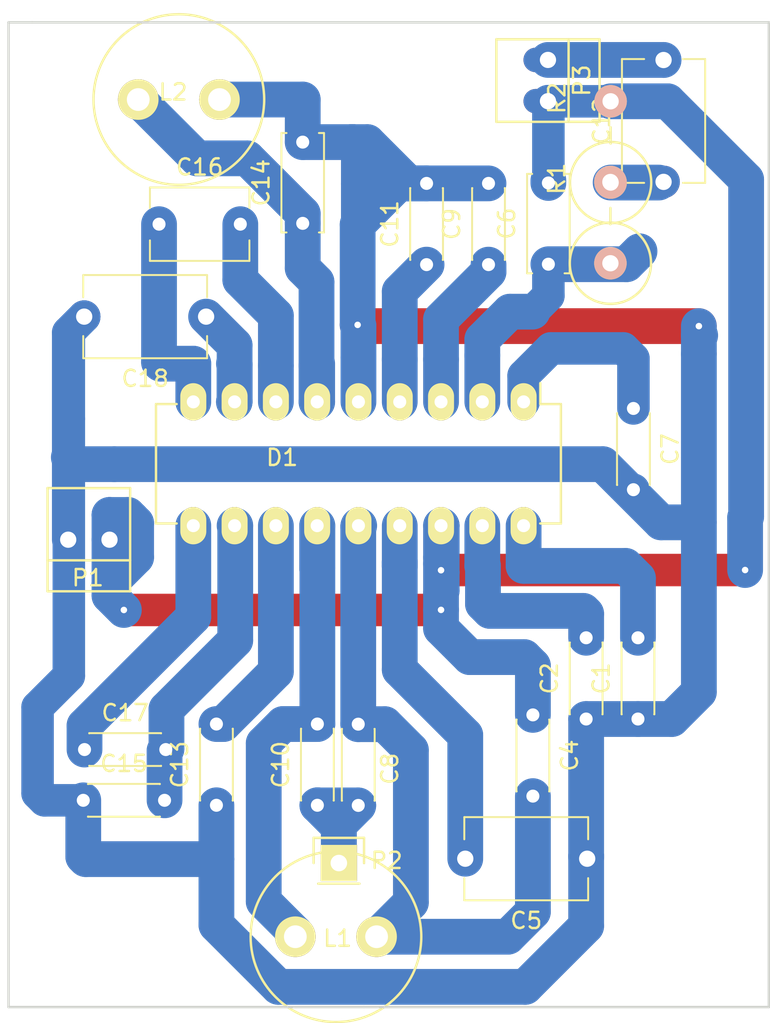
<source format=kicad_pcb>
(kicad_pcb (version 4) (host pcbnew 4.0.7)

  (general
    (links 44)
    (no_connects 0)
    (area 99.438467 115.618266 146.988601 179.069081)
    (thickness 1.6)
    (drawings 6)
    (tracks 221)
    (zones 0)
    (modules 25)
    (nets 22)
  )

  (page A4)
  (layers
    (0 F.Cu signal)
    (31 B.Cu signal)
    (32 B.Adhes user)
    (33 F.Adhes user)
    (34 B.Paste user)
    (35 F.Paste user)
    (36 B.SilkS user)
    (37 F.SilkS user)
    (38 B.Mask user)
    (39 F.Mask user)
    (40 Dwgs.User user)
    (41 Cmts.User user)
    (42 Eco1.User user)
    (43 Eco2.User user)
    (44 Edge.Cuts user)
    (45 Margin user)
    (46 B.CrtYd user)
    (47 F.CrtYd user)
    (48 B.Fab user)
    (49 F.Fab user)
  )

  (setup
    (last_trace_width 2.2)
    (trace_clearance 0.3)
    (zone_clearance 0.508)
    (zone_45_only yes)
    (trace_min 0.2)
    (segment_width 0.2)
    (edge_width 0.15)
    (via_size 0.6)
    (via_drill 0.4)
    (via_min_size 0.4)
    (via_min_drill 0.3)
    (uvia_size 0.3)
    (uvia_drill 0.1)
    (uvias_allowed no)
    (uvia_min_size 0.2)
    (uvia_min_drill 0.1)
    (pcb_text_width 0.3)
    (pcb_text_size 1.5 1.5)
    (mod_edge_width 0.15)
    (mod_text_size 1 1)
    (mod_text_width 0.15)
    (pad_size 1.524 1.524)
    (pad_drill 0.762)
    (pad_to_mask_clearance 0.2)
    (aux_axis_origin 0 0)
    (visible_elements FFFFFF7F)
    (pcbplotparams
      (layerselection 0x00030_80000001)
      (usegerberextensions false)
      (excludeedgelayer true)
      (linewidth 0.100000)
      (plotframeref false)
      (viasonmask false)
      (mode 1)
      (useauxorigin false)
      (hpglpennumber 1)
      (hpglpenspeed 20)
      (hpglpendiameter 15)
      (hpglpenoverlay 2)
      (psnegative false)
      (psa4output false)
      (plotreference true)
      (plotvalue true)
      (plotinvisibletext false)
      (padsonsilk false)
      (subtractmaskfromsilk false)
      (outputformat 1)
      (mirror false)
      (drillshape 0)
      (scaleselection 1)
      (outputdirectory GERBERS/))
  )

  (net 0 "")
  (net 1 "Net-(C1-Pad2)")
  (net 2 "Net-(C2-Pad2)")
  (net 3 "Net-(C4-Pad2)")
  (net 4 "Net-(C5-Pad2)")
  (net 5 "Net-(C6-Pad1)")
  (net 6 "Net-(C7-Pad1)")
  (net 7 "Net-(C10-Pad1)")
  (net 8 "Net-(C9-Pad1)")
  (net 9 "Net-(C10-Pad2)")
  (net 10 "Net-(C11-Pad1)")
  (net 11 "Net-(C12-Pad1)")
  (net 12 "Net-(C12-Pad2)")
  (net 13 "Net-(C13-Pad2)")
  (net 14 "Net-(C15-Pad2)")
  (net 15 "Net-(C16-Pad1)")
  (net 16 "Net-(C16-Pad2)")
  (net 17 "Net-(C17-Pad1)")
  (net 18 "Net-(C18-Pad1)")
  (net 19 "Net-(C14-Pad1)")
  (net 20 GND)
  (net 21 +9V)

  (net_class Default "Это класс цепей по умолчанию."
    (clearance 0.3)
    (trace_width 2.2)
    (via_dia 0.6)
    (via_drill 0.4)
    (uvia_dia 0.3)
    (uvia_drill 0.1)
    (add_net +9V)
    (add_net GND)
    (add_net "Net-(C1-Pad2)")
    (add_net "Net-(C10-Pad1)")
    (add_net "Net-(C10-Pad2)")
    (add_net "Net-(C11-Pad1)")
    (add_net "Net-(C12-Pad1)")
    (add_net "Net-(C12-Pad2)")
    (add_net "Net-(C13-Pad2)")
    (add_net "Net-(C14-Pad1)")
    (add_net "Net-(C15-Pad2)")
    (add_net "Net-(C16-Pad1)")
    (add_net "Net-(C16-Pad2)")
    (add_net "Net-(C17-Pad1)")
    (add_net "Net-(C18-Pad1)")
    (add_net "Net-(C2-Pad2)")
    (add_net "Net-(C4-Pad2)")
    (add_net "Net-(C5-Pad2)")
    (add_net "Net-(C6-Pad1)")
    (add_net "Net-(C7-Pad1)")
    (add_net "Net-(C9-Pad1)")
  )

  (module Capacitors_THT:C_Disc_D7.5mm_W5.0mm_P7.50mm (layer F.Cu) (tedit 597BC7C2) (tstamp 5AF6087F)
    (at 140.4366 126.9873 90)
    (descr "C, Disc series, Radial, pin pitch=7.50mm, , diameter*width=7.5*5.0mm^2, Capacitor, http://www.vishay.com/docs/28535/vy2series.pdf")
    (tags "C Disc series Radial pin pitch 7.50mm  diameter 7.5mm width 5.0mm Capacitor")
    (path /57EF924F)
    (fp_text reference C12 (at 3.75 -3.81 90) (layer F.SilkS)
      (effects (font (size 1 1) (thickness 0.15)))
    )
    (fp_text value 220nF (at 3.75 3.81 90) (layer F.Fab)
      (effects (font (size 1 1) (thickness 0.15)))
    )
    (fp_line (start 0 -2.5) (end 0 2.5) (layer F.Fab) (width 0.1))
    (fp_line (start 0 2.5) (end 7.5 2.5) (layer F.Fab) (width 0.1))
    (fp_line (start 7.5 2.5) (end 7.5 -2.5) (layer F.Fab) (width 0.1))
    (fp_line (start 7.5 -2.5) (end 0 -2.5) (layer F.Fab) (width 0.1))
    (fp_line (start -0.06 -2.56) (end 7.56 -2.56) (layer F.SilkS) (width 0.12))
    (fp_line (start -0.06 2.56) (end 7.56 2.56) (layer F.SilkS) (width 0.12))
    (fp_line (start -0.06 -2.56) (end -0.06 -1.195) (layer F.SilkS) (width 0.12))
    (fp_line (start -0.06 1.195) (end -0.06 2.56) (layer F.SilkS) (width 0.12))
    (fp_line (start 7.56 -2.56) (end 7.56 -1.195) (layer F.SilkS) (width 0.12))
    (fp_line (start 7.56 1.195) (end 7.56 2.56) (layer F.SilkS) (width 0.12))
    (fp_line (start -1.25 -2.85) (end -1.25 2.85) (layer F.CrtYd) (width 0.05))
    (fp_line (start -1.25 2.85) (end 8.75 2.85) (layer F.CrtYd) (width 0.05))
    (fp_line (start 8.75 2.85) (end 8.75 -2.85) (layer F.CrtYd) (width 0.05))
    (fp_line (start 8.75 -2.85) (end -1.25 -2.85) (layer F.CrtYd) (width 0.05))
    (fp_text user %R (at 3.75 0 90) (layer F.Fab)
      (effects (font (size 1 1) (thickness 0.15)))
    )
    (pad 1 thru_hole circle (at 0 0 90) (size 2 2) (drill 1) (layers *.Cu *.Mask)
      (net 11 "Net-(C12-Pad1)"))
    (pad 2 thru_hole circle (at 7.5 0 90) (size 2 2) (drill 1) (layers *.Cu *.Mask)
      (net 12 "Net-(C12-Pad2)"))
    (model ${KISYS3DMOD}/Capacitors_THT.3dshapes/C_Disc_D7.5mm_W5.0mm_P7.50mm.wrl
      (at (xyz 0 0 0))
      (scale (xyz 1 1 1))
      (rotate (xyz 0 0 0))
    )
  )

  (module Connect:PINHEAD1-2 (layer F.Cu) (tedit 57EFD4DF) (tstamp 57EFB701)
    (at 133.3246 120.7516 270)
    (path /57EFA4B0)
    (attr virtual)
    (fp_text reference P3 (at 0 -2.0828 270) (layer F.SilkS)
      (effects (font (size 1 1) (thickness 0.15)))
    )
    (fp_text value CONN_01X02 (at 0 3.81 270) (layer F.Fab)
      (effects (font (size 1 1) (thickness 0.15)))
    )
    (fp_line (start 2.54 -1.27) (end -2.54 -1.27) (layer F.SilkS) (width 0.15))
    (fp_line (start 2.54 3.175) (end -2.54 3.175) (layer F.SilkS) (width 0.15))
    (fp_line (start -2.54 -3.175) (end 2.54 -3.175) (layer F.SilkS) (width 0.15))
    (fp_line (start -2.54 -3.175) (end -2.54 3.175) (layer F.SilkS) (width 0.15))
    (fp_line (start 2.54 -3.175) (end 2.54 3.175) (layer F.SilkS) (width 0.15))
    (pad 1 thru_hole oval (at -1.27 0 270) (size 1.50622 3.01498) (drill 0.99822) (layers *.Cu *.Mask)
      (net 12 "Net-(C12-Pad2)"))
    (pad 2 thru_hole oval (at 1.27 0 270) (size 1.50622 3.01498) (drill 0.99822) (layers *.Cu *.Mask)
      (net 20 GND))
  )

  (module Capacitors_THT:C_Disc_D7.5mm_W5.0mm_P7.50mm (layer F.Cu) (tedit 5B241440) (tstamp 5AF5FD63)
    (at 112.2934 135.2804 180)
    (descr "C, Disc series, Radial, pin pitch=7.50mm, , diameter*width=7.5*5.0mm^2, Capacitor, http://www.vishay.com/docs/28535/vy2series.pdf")
    (tags "C Disc series Radial pin pitch 7.50mm  diameter 7.5mm width 5.0mm Capacitor")
    (path /57EF8B7F)
    (fp_text reference C18 (at 3.75 -3.81 180) (layer F.SilkS)
      (effects (font (size 1 1) (thickness 0.15)))
    )
    (fp_text value 180pF (at 8.3058 1.8923 180) (layer F.Fab)
      (effects (font (size 1 1) (thickness 0.15)))
    )
    (fp_line (start 0 -2.5) (end 0 2.5) (layer F.Fab) (width 0.1))
    (fp_line (start 0 2.5) (end 7.5 2.5) (layer F.Fab) (width 0.1))
    (fp_line (start 7.5 2.5) (end 7.5 -2.5) (layer F.Fab) (width 0.1))
    (fp_line (start 7.5 -2.5) (end 0 -2.5) (layer F.Fab) (width 0.1))
    (fp_line (start -0.06 -2.56) (end 7.56 -2.56) (layer F.SilkS) (width 0.12))
    (fp_line (start -0.06 2.56) (end 7.56 2.56) (layer F.SilkS) (width 0.12))
    (fp_line (start -0.06 -2.56) (end -0.06 -1.195) (layer F.SilkS) (width 0.12))
    (fp_line (start -0.06 1.195) (end -0.06 2.56) (layer F.SilkS) (width 0.12))
    (fp_line (start 7.56 -2.56) (end 7.56 -1.195) (layer F.SilkS) (width 0.12))
    (fp_line (start 7.56 1.195) (end 7.56 2.56) (layer F.SilkS) (width 0.12))
    (fp_line (start -1.25 -2.85) (end -1.25 2.85) (layer F.CrtYd) (width 0.05))
    (fp_line (start -1.25 2.85) (end 8.75 2.85) (layer F.CrtYd) (width 0.05))
    (fp_line (start 8.75 2.85) (end 8.75 -2.85) (layer F.CrtYd) (width 0.05))
    (fp_line (start 8.75 -2.85) (end -1.25 -2.85) (layer F.CrtYd) (width 0.05))
    (fp_text user %R (at 3.75 0 180) (layer F.Fab)
      (effects (font (size 1 1) (thickness 0.15)))
    )
    (pad 1 thru_hole circle (at 0 0 180) (size 2 2) (drill 1) (layers *.Cu *.Mask)
      (net 18 "Net-(C18-Pad1)"))
    (pad 2 thru_hole circle (at 7.5 0 180) (size 2 2) (drill 1) (layers *.Cu *.Mask)
      (net 21 +9V))
    (model ${KISYS3DMOD}/Capacitors_THT.3dshapes/C_Disc_D7.5mm_W5.0mm_P7.50mm.wrl
      (at (xyz 0 0 0))
      (scale (xyz 1 1 1))
      (rotate (xyz 0 0 0))
    )
  )

  (module Capacitors_THT:C_Disc_D7.5mm_W5.0mm_P7.50mm (layer F.Cu) (tedit 5B240F1C) (tstamp 5AF5FD4F)
    (at 135.7376 168.6433 180)
    (descr "C, Disc series, Radial, pin pitch=7.50mm, , diameter*width=7.5*5.0mm^2, Capacitor, http://www.vishay.com/docs/28535/vy2series.pdf")
    (tags "C Disc series Radial pin pitch 7.50mm  diameter 7.5mm width 5.0mm Capacitor")
    (path /57F0214F)
    (fp_text reference C5 (at 3.75 -3.81 180) (layer F.SilkS)
      (effects (font (size 1 1) (thickness 0.15)))
    )
    (fp_text value 100nF (at 3.81 -1.6256 180) (layer F.Fab)
      (effects (font (size 1 1) (thickness 0.15)))
    )
    (fp_line (start 0 -2.5) (end 0 2.5) (layer F.Fab) (width 0.1))
    (fp_line (start 0 2.5) (end 7.5 2.5) (layer F.Fab) (width 0.1))
    (fp_line (start 7.5 2.5) (end 7.5 -2.5) (layer F.Fab) (width 0.1))
    (fp_line (start 7.5 -2.5) (end 0 -2.5) (layer F.Fab) (width 0.1))
    (fp_line (start -0.06 -2.56) (end 7.56 -2.56) (layer F.SilkS) (width 0.12))
    (fp_line (start -0.06 2.56) (end 7.56 2.56) (layer F.SilkS) (width 0.12))
    (fp_line (start -0.06 -2.56) (end -0.06 -1.195) (layer F.SilkS) (width 0.12))
    (fp_line (start -0.06 1.195) (end -0.06 2.56) (layer F.SilkS) (width 0.12))
    (fp_line (start 7.56 -2.56) (end 7.56 -1.195) (layer F.SilkS) (width 0.12))
    (fp_line (start 7.56 1.195) (end 7.56 2.56) (layer F.SilkS) (width 0.12))
    (fp_line (start -1.25 -2.85) (end -1.25 2.85) (layer F.CrtYd) (width 0.05))
    (fp_line (start -1.25 2.85) (end 8.75 2.85) (layer F.CrtYd) (width 0.05))
    (fp_line (start 8.75 2.85) (end 8.75 -2.85) (layer F.CrtYd) (width 0.05))
    (fp_line (start 8.75 -2.85) (end -1.25 -2.85) (layer F.CrtYd) (width 0.05))
    (fp_text user %R (at 3.75 0 180) (layer F.Fab)
      (effects (font (size 1 1) (thickness 0.15)))
    )
    (pad 1 thru_hole circle (at 0 0 180) (size 2 2) (drill 1) (layers *.Cu *.Mask)
      (net 21 +9V))
    (pad 2 thru_hole circle (at 7.5 0 180) (size 2 2) (drill 1) (layers *.Cu *.Mask)
      (net 4 "Net-(C5-Pad2)"))
    (model ${KISYS3DMOD}/Capacitors_THT.3dshapes/C_Disc_D7.5mm_W5.0mm_P7.50mm.wrl
      (at (xyz 0 0 0))
      (scale (xyz 1 1 1))
      (rotate (xyz 0 0 0))
    )
  )

  (module Resistors_ThroughHole:Resistor_Vertical_RM5mm (layer F.Cu) (tedit 57EFCE61) (tstamp 57EFD4E9)
    (at 137.17905 124.52985 90)
    (descr "Resistor, Vertical, RM 5mm, 1/3W,")
    (tags "Resistor, Vertical, RM 5mm, 1/3W,")
    (path /57EF9E90)
    (fp_text reference R2 (at 2.70002 -3.29946 90) (layer F.SilkS)
      (effects (font (size 1 1) (thickness 0.15)))
    )
    (fp_text value 22k (at 0.0127 0.0127 90) (layer F.Fab)
      (effects (font (size 1 1) (thickness 0.15)))
    )
    (fp_line (start -0.09906 0) (end 0.9017 0) (layer F.SilkS) (width 0.15))
    (fp_circle (center -2.49936 0) (end 0 0) (layer F.SilkS) (width 0.15))
    (pad 1 thru_hole circle (at -2.49936 0 90) (size 1.99898 1.99898) (drill 1.00076) (layers *.Cu *.SilkS *.Mask)
      (net 11 "Net-(C12-Pad1)"))
    (pad 2 thru_hole circle (at 2.5019 0 90) (size 1.99898 1.99898) (drill 1.00076) (layers *.Cu *.SilkS *.Mask)
      (net 20 GND))
  )

  (module Connect:PINHEAD1-2 (layer F.Cu) (tedit 57EFBD8D) (tstamp 57EFB6F6)
    (at 105.0798 149.0091 180)
    (path /57F051CF)
    (attr virtual)
    (fp_text reference P1 (at 0.0635 -2.3495 180) (layer F.SilkS)
      (effects (font (size 1 1) (thickness 0.15)))
    )
    (fp_text value CONN_01X02 (at 0.508 -3.937 360) (layer F.Fab)
      (effects (font (size 1 1) (thickness 0.15)))
    )
    (fp_line (start 2.54 -1.27) (end -2.54 -1.27) (layer F.SilkS) (width 0.15))
    (fp_line (start 2.54 3.175) (end -2.54 3.175) (layer F.SilkS) (width 0.15))
    (fp_line (start -2.54 -3.175) (end 2.54 -3.175) (layer F.SilkS) (width 0.15))
    (fp_line (start -2.54 -3.175) (end -2.54 3.175) (layer F.SilkS) (width 0.15))
    (fp_line (start 2.54 -3.175) (end 2.54 3.175) (layer F.SilkS) (width 0.15))
    (pad 1 thru_hole oval (at -1.27 0 180) (size 1.50622 3.01498) (drill 0.99822) (layers *.Cu *.Mask)
      (net 20 GND))
    (pad 2 thru_hole oval (at 1.27 0 180) (size 1.50622 3.01498) (drill 0.99822) (layers *.Cu *.Mask)
      (net 21 +9V))
  )

  (module Housings_DIP:DIP-18_W7.62mm_LongPads (layer F.Cu) (tedit 57EFC5A0) (tstamp 57EFBAA7)
    (at 131.826 140.5255 270)
    (descr "18-lead dip package, row spacing 7.62 mm (300 mils), longer pads")
    (tags "dil dip 2.54 300")
    (path /57EF888B)
    (fp_text reference D1 (at 3.429 14.859 360) (layer F.SilkS)
      (effects (font (size 1 1) (thickness 0.15)))
    )
    (fp_text value TDA7000 (at 3.3655 9.5885 360) (layer F.Fab)
      (effects (font (size 1 1) (thickness 0.15)))
    )
    (fp_line (start -1.4 -2.45) (end -1.4 22.8) (layer F.CrtYd) (width 0.05))
    (fp_line (start 9 -2.45) (end 9 22.8) (layer F.CrtYd) (width 0.05))
    (fp_line (start -1.4 -2.45) (end 9 -2.45) (layer F.CrtYd) (width 0.05))
    (fp_line (start -1.4 22.8) (end 9 22.8) (layer F.CrtYd) (width 0.05))
    (fp_line (start 0.135 -2.295) (end 0.135 -1.025) (layer F.SilkS) (width 0.15))
    (fp_line (start 7.485 -2.295) (end 7.485 -1.025) (layer F.SilkS) (width 0.15))
    (fp_line (start 7.485 22.615) (end 7.485 21.345) (layer F.SilkS) (width 0.15))
    (fp_line (start 0.135 22.615) (end 0.135 21.345) (layer F.SilkS) (width 0.15))
    (fp_line (start 0.135 -2.295) (end 7.485 -2.295) (layer F.SilkS) (width 0.15))
    (fp_line (start 0.135 22.615) (end 7.485 22.615) (layer F.SilkS) (width 0.15))
    (fp_line (start 0.135 -1.025) (end -1.15 -1.025) (layer F.SilkS) (width 0.15))
    (pad 1 thru_hole oval (at 0 0 270) (size 2.3 1.6) (drill 0.8) (layers *.Cu *.Mask F.SilkS)
      (net 6 "Net-(C7-Pad1)"))
    (pad 2 thru_hole oval (at 0 2.54 270) (size 2.3 1.6) (drill 0.8) (layers *.Cu *.Mask F.SilkS)
      (net 5 "Net-(C6-Pad1)"))
    (pad 3 thru_hole oval (at 0 5.08 270) (size 2.3 1.6) (drill 0.8) (layers *.Cu *.Mask F.SilkS)
      (net 8 "Net-(C9-Pad1)"))
    (pad 4 thru_hole oval (at 0 7.62 270) (size 2.3 1.6) (drill 0.8) (layers *.Cu *.Mask F.SilkS)
      (net 10 "Net-(C11-Pad1)"))
    (pad 5 thru_hole oval (at 0 10.16 270) (size 2.3 1.6) (drill 0.8) (layers *.Cu *.Mask F.SilkS)
      (net 21 +9V))
    (pad 6 thru_hole oval (at 0 12.7 270) (size 2.3 1.6) (drill 0.8) (layers *.Cu *.Mask F.SilkS)
      (net 19 "Net-(C14-Pad1)"))
    (pad 7 thru_hole oval (at 0 15.24 270) (size 2.3 1.6) (drill 0.8) (layers *.Cu *.Mask F.SilkS)
      (net 16 "Net-(C16-Pad2)"))
    (pad 8 thru_hole oval (at 0 17.78 270) (size 2.3 1.6) (drill 0.8) (layers *.Cu *.Mask F.SilkS)
      (net 18 "Net-(C18-Pad1)"))
    (pad 9 thru_hole oval (at 0 20.32 270) (size 2.3 1.6) (drill 0.8) (layers *.Cu *.Mask F.SilkS)
      (net 15 "Net-(C16-Pad1)"))
    (pad 10 thru_hole oval (at 7.62 20.32 270) (size 2.3 1.6) (drill 0.8) (layers *.Cu *.Mask F.SilkS)
      (net 17 "Net-(C17-Pad1)"))
    (pad 11 thru_hole oval (at 7.62 17.78 270) (size 2.3 1.6) (drill 0.8) (layers *.Cu *.Mask F.SilkS)
      (net 14 "Net-(C15-Pad2)"))
    (pad 12 thru_hole oval (at 7.62 15.24 270) (size 2.3 1.6) (drill 0.8) (layers *.Cu *.Mask F.SilkS)
      (net 13 "Net-(C13-Pad2)"))
    (pad 13 thru_hole oval (at 7.62 12.7 270) (size 2.3 1.6) (drill 0.8) (layers *.Cu *.Mask F.SilkS)
      (net 9 "Net-(C10-Pad2)"))
    (pad 14 thru_hole oval (at 7.62 10.16 270) (size 2.3 1.6) (drill 0.8) (layers *.Cu *.Mask F.SilkS)
      (net 3 "Net-(C4-Pad2)"))
    (pad 15 thru_hole oval (at 7.62 7.62 270) (size 2.3 1.6) (drill 0.8) (layers *.Cu *.Mask F.SilkS)
      (net 4 "Net-(C5-Pad2)"))
    (pad 16 thru_hole oval (at 7.62 5.08 270) (size 2.3 1.6) (drill 0.8) (layers *.Cu *.Mask F.SilkS)
      (net 20 GND))
    (pad 17 thru_hole oval (at 7.62 2.54 270) (size 2.3 1.6) (drill 0.8) (layers *.Cu *.Mask F.SilkS)
      (net 2 "Net-(C2-Pad2)"))
    (pad 18 thru_hole oval (at 7.62 0 270) (size 2.3 1.6) (drill 0.8) (layers *.Cu *.Mask F.SilkS)
      (net 1 "Net-(C1-Pad2)"))
    (model Housings_DIP.3dshapes/DIP-18_W7.62mm_LongPads.wrl
      (at (xyz 0 0 0))
      (scale (xyz 1 1 1))
      (rotate (xyz 0 0 0))
    )
  )

  (module Inductors_NEOSID:Neosid_Inductor_Sd12k-style3 (layer F.Cu) (tedit 57EFD5CC) (tstamp 57EFC43D)
    (at 120.2817 173.4439 180)
    (descr "Neosid, Inductor, Sd12k-style3, Festinduktivitaet, Through hole,")
    (tags "Neosid, Inductor, Sd12k-style3, Festinduktivitaet, Through hole,")
    (path /57F01573)
    (fp_text reference L1 (at -0.1016 -0.1016 180) (layer F.SilkS)
      (effects (font (size 1 1) (thickness 0.15)))
    )
    (fp_text value L_Small (at 0 -1.9304 180) (layer F.Fab)
      (effects (font (size 1 1) (thickness 0.15)))
    )
    (fp_circle (center 0 0) (end 5.25018 0) (layer F.SilkS) (width 0.15))
    (pad 2 thru_hole circle (at 2.49936 0 180) (size 2.49936 2.49936) (drill 1.39954) (layers *.Cu *.Mask F.SilkS)
      (net 9 "Net-(C10-Pad2)"))
    (pad 1 thru_hole circle (at -2.49936 0 180) (size 2.49936 2.49936) (drill 1.39954) (layers *.Cu *.Mask F.SilkS)
      (net 3 "Net-(C4-Pad2)"))
  )

  (module Inductors_NEOSID:Neosid_Inductor_Sd12k-style3 (layer F.Cu) (tedit 57EFD1D8) (tstamp 57EFC442)
    (at 110.617 121.92)
    (descr "Neosid, Inductor, Sd12k-style3, Festinduktivitaet, Through hole,")
    (tags "Neosid, Inductor, Sd12k-style3, Festinduktivitaet, Through hole,")
    (path /57EFC03C)
    (fp_text reference L2 (at -0.3556 -0.4572) (layer F.SilkS)
      (effects (font (size 1 1) (thickness 0.15)))
    )
    (fp_text value L_Small (at 0 2.032) (layer F.Fab)
      (effects (font (size 1 1) (thickness 0.15)))
    )
    (fp_circle (center 0 0) (end 5.25018 0) (layer F.SilkS) (width 0.15))
    (pad 2 thru_hole circle (at 2.49936 0) (size 2.49936 2.49936) (drill 1.39954) (layers *.Cu *.Mask F.SilkS)
      (net 21 +9V))
    (pad 1 thru_hole circle (at -2.49936 0) (size 2.49936 2.49936) (drill 1.39954) (layers *.Cu *.Mask F.SilkS)
      (net 19 "Net-(C14-Pad1)"))
  )

  (module Resistors_ThroughHole:Resistor_Vertical_RM5mm (layer F.Cu) (tedit 57EFCE63) (tstamp 57EFD4E4)
    (at 137.16635 129.49555 90)
    (descr "Resistor, Vertical, RM 5mm, 1/3W,")
    (tags "Resistor, Vertical, RM 5mm, 1/3W,")
    (path /57EF9DEF)
    (fp_text reference R1 (at 2.70002 -3.29946 90) (layer F.SilkS)
      (effects (font (size 1 1) (thickness 0.15)))
    )
    (fp_text value 22k (at -0.4064 -0.1016 90) (layer F.Fab)
      (effects (font (size 1 1) (thickness 0.15)))
    )
    (fp_line (start -0.09906 0) (end 0.9017 0) (layer F.SilkS) (width 0.15))
    (fp_circle (center -2.49936 0) (end 0 0) (layer F.SilkS) (width 0.15))
    (pad 1 thru_hole circle (at -2.49936 0 90) (size 1.99898 1.99898) (drill 1.00076) (layers *.Cu *.SilkS *.Mask)
      (net 5 "Net-(C6-Pad1)"))
    (pad 2 thru_hole circle (at 2.5019 0 90) (size 1.99898 1.99898) (drill 1.00076) (layers *.Cu *.SilkS *.Mask)
      (net 11 "Net-(C12-Pad1)"))
  )

  (module Pin_Headers:Pin_Header_Straight_1x01 (layer F.Cu) (tedit 57EFD5C7) (tstamp 57EFDA2F)
    (at 120.4595 168.91)
    (descr "Through hole pin header")
    (tags "pin header")
    (path /57F05EF8)
    (fp_text reference P2 (at 2.9464 -0.1524) (layer F.SilkS)
      (effects (font (size 1 1) (thickness 0.15)))
    )
    (fp_text value CONN_01X01 (at 0.6096 2.032) (layer F.Fab)
      (effects (font (size 1 1) (thickness 0.15)))
    )
    (fp_line (start 1.55 -1.55) (end 1.55 0) (layer F.SilkS) (width 0.15))
    (fp_line (start -1.75 -1.75) (end -1.75 1.75) (layer F.CrtYd) (width 0.05))
    (fp_line (start 1.75 -1.75) (end 1.75 1.75) (layer F.CrtYd) (width 0.05))
    (fp_line (start -1.75 -1.75) (end 1.75 -1.75) (layer F.CrtYd) (width 0.05))
    (fp_line (start -1.75 1.75) (end 1.75 1.75) (layer F.CrtYd) (width 0.05))
    (fp_line (start -1.55 0) (end -1.55 -1.55) (layer F.SilkS) (width 0.15))
    (fp_line (start -1.55 -1.55) (end 1.55 -1.55) (layer F.SilkS) (width 0.15))
    (fp_line (start -1.27 1.27) (end 1.27 1.27) (layer F.SilkS) (width 0.15))
    (pad 1 thru_hole rect (at 0 0) (size 2.2352 2.2352) (drill 1.016) (layers *.Cu *.Mask F.SilkS)
      (net 7 "Net-(C10-Pad1)"))
    (model Pin_Headers.3dshapes/Pin_Header_Straight_1x01.wrl
      (at (xyz 0 0 0))
      (scale (xyz 1 1 1))
      (rotate (xyz 0 0 90))
    )
  )

  (module Capacitors_THT:C_Disc_D4.3mm_W1.9mm_P5.00mm (layer F.Cu) (tedit 5B240D17) (tstamp 5AF5CD91)
    (at 138.8618 160.0454 90)
    (descr "C, Disc series, Radial, pin pitch=5.00mm, , diameter*width=4.3*1.9mm^2, Capacitor, http://www.vishay.com/docs/45233/krseries.pdf")
    (tags "C Disc series Radial pin pitch 5.00mm  diameter 4.3mm width 1.9mm Capacitor")
    (path /57F022F7)
    (fp_text reference C1 (at 2.5 -2.26 90) (layer F.SilkS)
      (effects (font (size 1 1) (thickness 0.15)))
    )
    (fp_text value 220pF (at 8.7249 0.0508 90) (layer F.Fab)
      (effects (font (size 1 1) (thickness 0.15)))
    )
    (fp_line (start 0.35 -0.95) (end 0.35 0.95) (layer F.Fab) (width 0.1))
    (fp_line (start 0.35 0.95) (end 4.65 0.95) (layer F.Fab) (width 0.1))
    (fp_line (start 4.65 0.95) (end 4.65 -0.95) (layer F.Fab) (width 0.1))
    (fp_line (start 4.65 -0.95) (end 0.35 -0.95) (layer F.Fab) (width 0.1))
    (fp_line (start 0.29 -1.01) (end 4.71 -1.01) (layer F.SilkS) (width 0.12))
    (fp_line (start 0.29 1.01) (end 4.71 1.01) (layer F.SilkS) (width 0.12))
    (fp_line (start 0.29 -1.01) (end 0.29 -0.996) (layer F.SilkS) (width 0.12))
    (fp_line (start 0.29 0.996) (end 0.29 1.01) (layer F.SilkS) (width 0.12))
    (fp_line (start 4.71 -1.01) (end 4.71 -0.996) (layer F.SilkS) (width 0.12))
    (fp_line (start 4.71 0.996) (end 4.71 1.01) (layer F.SilkS) (width 0.12))
    (fp_line (start -1.05 -1.3) (end -1.05 1.3) (layer F.CrtYd) (width 0.05))
    (fp_line (start -1.05 1.3) (end 6.05 1.3) (layer F.CrtYd) (width 0.05))
    (fp_line (start 6.05 1.3) (end 6.05 -1.3) (layer F.CrtYd) (width 0.05))
    (fp_line (start 6.05 -1.3) (end -1.05 -1.3) (layer F.CrtYd) (width 0.05))
    (fp_text user %R (at 2.5 0 90) (layer F.Fab)
      (effects (font (size 1 1) (thickness 0.15)))
    )
    (pad 1 thru_hole circle (at 0 0 90) (size 1.6 1.6) (drill 0.8) (layers *.Cu *.Mask)
      (net 21 +9V))
    (pad 2 thru_hole circle (at 5 0 90) (size 1.6 1.6) (drill 0.8) (layers *.Cu *.Mask)
      (net 1 "Net-(C1-Pad2)"))
    (model ${KISYS3DMOD}/Capacitors_THT.3dshapes/C_Disc_D4.3mm_W1.9mm_P5.00mm.wrl
      (at (xyz 0 0 0))
      (scale (xyz 1 1 1))
      (rotate (xyz 0 0 0))
    )
  )

  (module Capacitors_THT:C_Disc_D4.3mm_W1.9mm_P5.00mm (layer F.Cu) (tedit 5B240D13) (tstamp 5AF5CD96)
    (at 135.6741 160.0454 90)
    (descr "C, Disc series, Radial, pin pitch=5.00mm, , diameter*width=4.3*1.9mm^2, Capacitor, http://www.vishay.com/docs/45233/krseries.pdf")
    (tags "C Disc series Radial pin pitch 5.00mm  diameter 4.3mm width 1.9mm Capacitor")
    (path /57F0227C)
    (fp_text reference C2 (at 2.5 -2.26 90) (layer F.SilkS)
      (effects (font (size 1 1) (thickness 0.15)))
    )
    (fp_text value 330pF (at 9.1186 0.2286 90) (layer F.Fab)
      (effects (font (size 1 1) (thickness 0.15)))
    )
    (fp_line (start 0.35 -0.95) (end 0.35 0.95) (layer F.Fab) (width 0.1))
    (fp_line (start 0.35 0.95) (end 4.65 0.95) (layer F.Fab) (width 0.1))
    (fp_line (start 4.65 0.95) (end 4.65 -0.95) (layer F.Fab) (width 0.1))
    (fp_line (start 4.65 -0.95) (end 0.35 -0.95) (layer F.Fab) (width 0.1))
    (fp_line (start 0.29 -1.01) (end 4.71 -1.01) (layer F.SilkS) (width 0.12))
    (fp_line (start 0.29 1.01) (end 4.71 1.01) (layer F.SilkS) (width 0.12))
    (fp_line (start 0.29 -1.01) (end 0.29 -0.996) (layer F.SilkS) (width 0.12))
    (fp_line (start 0.29 0.996) (end 0.29 1.01) (layer F.SilkS) (width 0.12))
    (fp_line (start 4.71 -1.01) (end 4.71 -0.996) (layer F.SilkS) (width 0.12))
    (fp_line (start 4.71 0.996) (end 4.71 1.01) (layer F.SilkS) (width 0.12))
    (fp_line (start -1.05 -1.3) (end -1.05 1.3) (layer F.CrtYd) (width 0.05))
    (fp_line (start -1.05 1.3) (end 6.05 1.3) (layer F.CrtYd) (width 0.05))
    (fp_line (start 6.05 1.3) (end 6.05 -1.3) (layer F.CrtYd) (width 0.05))
    (fp_line (start 6.05 -1.3) (end -1.05 -1.3) (layer F.CrtYd) (width 0.05))
    (fp_text user %R (at 2.5 0 90) (layer F.Fab)
      (effects (font (size 1 1) (thickness 0.15)))
    )
    (pad 1 thru_hole circle (at 0 0 90) (size 1.6 1.6) (drill 0.8) (layers *.Cu *.Mask)
      (net 21 +9V))
    (pad 2 thru_hole circle (at 5 0 90) (size 1.6 1.6) (drill 0.8) (layers *.Cu *.Mask)
      (net 2 "Net-(C2-Pad2)"))
    (model ${KISYS3DMOD}/Capacitors_THT.3dshapes/C_Disc_D4.3mm_W1.9mm_P5.00mm.wrl
      (at (xyz 0 0 0))
      (scale (xyz 1 1 1))
      (rotate (xyz 0 0 0))
    )
  )

  (module Capacitors_THT:C_Disc_D4.3mm_W1.9mm_P5.00mm (layer F.Cu) (tedit 597BC7C2) (tstamp 5AF5CD9B)
    (at 132.3975 159.7914 270)
    (descr "C, Disc series, Radial, pin pitch=5.00mm, , diameter*width=4.3*1.9mm^2, Capacitor, http://www.vishay.com/docs/45233/krseries.pdf")
    (tags "C Disc series Radial pin pitch 5.00mm  diameter 4.3mm width 1.9mm Capacitor")
    (path /57EF8D84)
    (fp_text reference C4 (at 2.5 -2.26 270) (layer F.SilkS)
      (effects (font (size 1 1) (thickness 0.15)))
    )
    (fp_text value 2.2nF (at 2.5 2.26 270) (layer F.Fab)
      (effects (font (size 1 1) (thickness 0.15)))
    )
    (fp_line (start 0.35 -0.95) (end 0.35 0.95) (layer F.Fab) (width 0.1))
    (fp_line (start 0.35 0.95) (end 4.65 0.95) (layer F.Fab) (width 0.1))
    (fp_line (start 4.65 0.95) (end 4.65 -0.95) (layer F.Fab) (width 0.1))
    (fp_line (start 4.65 -0.95) (end 0.35 -0.95) (layer F.Fab) (width 0.1))
    (fp_line (start 0.29 -1.01) (end 4.71 -1.01) (layer F.SilkS) (width 0.12))
    (fp_line (start 0.29 1.01) (end 4.71 1.01) (layer F.SilkS) (width 0.12))
    (fp_line (start 0.29 -1.01) (end 0.29 -0.996) (layer F.SilkS) (width 0.12))
    (fp_line (start 0.29 0.996) (end 0.29 1.01) (layer F.SilkS) (width 0.12))
    (fp_line (start 4.71 -1.01) (end 4.71 -0.996) (layer F.SilkS) (width 0.12))
    (fp_line (start 4.71 0.996) (end 4.71 1.01) (layer F.SilkS) (width 0.12))
    (fp_line (start -1.05 -1.3) (end -1.05 1.3) (layer F.CrtYd) (width 0.05))
    (fp_line (start -1.05 1.3) (end 6.05 1.3) (layer F.CrtYd) (width 0.05))
    (fp_line (start 6.05 1.3) (end 6.05 -1.3) (layer F.CrtYd) (width 0.05))
    (fp_line (start 6.05 -1.3) (end -1.05 -1.3) (layer F.CrtYd) (width 0.05))
    (fp_text user %R (at 2.5 0 270) (layer F.Fab)
      (effects (font (size 1 1) (thickness 0.15)))
    )
    (pad 1 thru_hole circle (at 0 0 270) (size 1.6 1.6) (drill 0.8) (layers *.Cu *.Mask)
      (net 20 GND))
    (pad 2 thru_hole circle (at 5 0 270) (size 1.6 1.6) (drill 0.8) (layers *.Cu *.Mask)
      (net 3 "Net-(C4-Pad2)"))
    (model ${KISYS3DMOD}/Capacitors_THT.3dshapes/C_Disc_D4.3mm_W1.9mm_P5.00mm.wrl
      (at (xyz 0 0 0))
      (scale (xyz 1 1 1))
      (rotate (xyz 0 0 0))
    )
  )

  (module Capacitors_THT:C_Disc_D6.0mm_W2.5mm_P5.00mm (layer F.Cu) (tedit 5B2413DB) (tstamp 5AF5CDA5)
    (at 133.35 132.0546 90)
    (descr "C, Disc series, Radial, pin pitch=5.00mm, , diameter*width=6*2.5mm^2, Capacitor, http://cdn-reichelt.de/documents/datenblatt/B300/DS_KERKO_TC.pdf")
    (tags "C Disc series Radial pin pitch 5.00mm  diameter 6mm width 2.5mm Capacitor")
    (path /57EF8990)
    (fp_text reference C6 (at 2.5 -2.56 90) (layer F.SilkS)
      (effects (font (size 1 1) (thickness 0.15)))
    )
    (fp_text value 1.8nF (at -1.8288 1.5621 90) (layer F.Fab)
      (effects (font (size 1 1) (thickness 0.15)))
    )
    (fp_line (start -0.5 -1.25) (end -0.5 1.25) (layer F.Fab) (width 0.1))
    (fp_line (start -0.5 1.25) (end 5.5 1.25) (layer F.Fab) (width 0.1))
    (fp_line (start 5.5 1.25) (end 5.5 -1.25) (layer F.Fab) (width 0.1))
    (fp_line (start 5.5 -1.25) (end -0.5 -1.25) (layer F.Fab) (width 0.1))
    (fp_line (start -0.56 -1.31) (end 5.56 -1.31) (layer F.SilkS) (width 0.12))
    (fp_line (start -0.56 1.31) (end 5.56 1.31) (layer F.SilkS) (width 0.12))
    (fp_line (start -0.56 -1.31) (end -0.56 -0.996) (layer F.SilkS) (width 0.12))
    (fp_line (start -0.56 0.996) (end -0.56 1.31) (layer F.SilkS) (width 0.12))
    (fp_line (start 5.56 -1.31) (end 5.56 -0.996) (layer F.SilkS) (width 0.12))
    (fp_line (start 5.56 0.996) (end 5.56 1.31) (layer F.SilkS) (width 0.12))
    (fp_line (start -1.05 -1.6) (end -1.05 1.6) (layer F.CrtYd) (width 0.05))
    (fp_line (start -1.05 1.6) (end 6.05 1.6) (layer F.CrtYd) (width 0.05))
    (fp_line (start 6.05 1.6) (end 6.05 -1.6) (layer F.CrtYd) (width 0.05))
    (fp_line (start 6.05 -1.6) (end -1.05 -1.6) (layer F.CrtYd) (width 0.05))
    (fp_text user %R (at 2.5 0 90) (layer F.Fab)
      (effects (font (size 1 1) (thickness 0.15)))
    )
    (pad 1 thru_hole circle (at 0 0 90) (size 1.6 1.6) (drill 0.8) (layers *.Cu *.Mask)
      (net 5 "Net-(C6-Pad1)"))
    (pad 2 thru_hole circle (at 5 0 90) (size 1.6 1.6) (drill 0.8) (layers *.Cu *.Mask)
      (net 20 GND))
    (model ${KISYS3DMOD}/Capacitors_THT.3dshapes/C_Disc_D6.0mm_W2.5mm_P5.00mm.wrl
      (at (xyz 0 0 0))
      (scale (xyz 1 1 1))
      (rotate (xyz 0 0 0))
    )
  )

  (module Capacitors_THT:C_Disc_D4.3mm_W1.9mm_P5.00mm (layer F.Cu) (tedit 597BC7C2) (tstamp 5AF5CDAA)
    (at 138.5824 140.9319 270)
    (descr "C, Disc series, Radial, pin pitch=5.00mm, , diameter*width=4.3*1.9mm^2, Capacitor, http://www.vishay.com/docs/45233/krseries.pdf")
    (tags "C Disc series Radial pin pitch 5.00mm  diameter 4.3mm width 1.9mm Capacitor")
    (path /57EF9326)
    (fp_text reference C7 (at 2.5 -2.26 270) (layer F.SilkS)
      (effects (font (size 1 1) (thickness 0.15)))
    )
    (fp_text value 0.1uF (at 2.5 2.26 270) (layer F.Fab)
      (effects (font (size 1 1) (thickness 0.15)))
    )
    (fp_line (start 0.35 -0.95) (end 0.35 0.95) (layer F.Fab) (width 0.1))
    (fp_line (start 0.35 0.95) (end 4.65 0.95) (layer F.Fab) (width 0.1))
    (fp_line (start 4.65 0.95) (end 4.65 -0.95) (layer F.Fab) (width 0.1))
    (fp_line (start 4.65 -0.95) (end 0.35 -0.95) (layer F.Fab) (width 0.1))
    (fp_line (start 0.29 -1.01) (end 4.71 -1.01) (layer F.SilkS) (width 0.12))
    (fp_line (start 0.29 1.01) (end 4.71 1.01) (layer F.SilkS) (width 0.12))
    (fp_line (start 0.29 -1.01) (end 0.29 -0.996) (layer F.SilkS) (width 0.12))
    (fp_line (start 0.29 0.996) (end 0.29 1.01) (layer F.SilkS) (width 0.12))
    (fp_line (start 4.71 -1.01) (end 4.71 -0.996) (layer F.SilkS) (width 0.12))
    (fp_line (start 4.71 0.996) (end 4.71 1.01) (layer F.SilkS) (width 0.12))
    (fp_line (start -1.05 -1.3) (end -1.05 1.3) (layer F.CrtYd) (width 0.05))
    (fp_line (start -1.05 1.3) (end 6.05 1.3) (layer F.CrtYd) (width 0.05))
    (fp_line (start 6.05 1.3) (end 6.05 -1.3) (layer F.CrtYd) (width 0.05))
    (fp_line (start 6.05 -1.3) (end -1.05 -1.3) (layer F.CrtYd) (width 0.05))
    (fp_text user %R (at 2.5 0 270) (layer F.Fab)
      (effects (font (size 1 1) (thickness 0.15)))
    )
    (pad 1 thru_hole circle (at 0 0 270) (size 1.6 1.6) (drill 0.8) (layers *.Cu *.Mask)
      (net 6 "Net-(C7-Pad1)"))
    (pad 2 thru_hole circle (at 5 0 270) (size 1.6 1.6) (drill 0.8) (layers *.Cu *.Mask)
      (net 21 +9V))
    (model ${KISYS3DMOD}/Capacitors_THT.3dshapes/C_Disc_D4.3mm_W1.9mm_P5.00mm.wrl
      (at (xyz 0 0 0))
      (scale (xyz 1 1 1))
      (rotate (xyz 0 0 0))
    )
  )

  (module Capacitors_THT:C_Disc_D4.3mm_W1.9mm_P5.00mm (layer F.Cu) (tedit 5B240D86) (tstamp 5AF5CDAF)
    (at 121.6533 160.3629 270)
    (descr "C, Disc series, Radial, pin pitch=5.00mm, , diameter*width=4.3*1.9mm^2, Capacitor, http://www.vishay.com/docs/45233/krseries.pdf")
    (tags "C Disc series Radial pin pitch 5.00mm  diameter 4.3mm width 1.9mm Capacitor")
    (path /57EF8EE7)
    (fp_text reference C8 (at 2.7432 -1.9431 270) (layer F.SilkS)
      (effects (font (size 1 1) (thickness 0.15)))
    )
    (fp_text value 47pF (at -3.3528 -0.0762 270) (layer F.Fab)
      (effects (font (size 1 1) (thickness 0.15)))
    )
    (fp_line (start 0.35 -0.95) (end 0.35 0.95) (layer F.Fab) (width 0.1))
    (fp_line (start 0.35 0.95) (end 4.65 0.95) (layer F.Fab) (width 0.1))
    (fp_line (start 4.65 0.95) (end 4.65 -0.95) (layer F.Fab) (width 0.1))
    (fp_line (start 4.65 -0.95) (end 0.35 -0.95) (layer F.Fab) (width 0.1))
    (fp_line (start 0.29 -1.01) (end 4.71 -1.01) (layer F.SilkS) (width 0.12))
    (fp_line (start 0.29 1.01) (end 4.71 1.01) (layer F.SilkS) (width 0.12))
    (fp_line (start 0.29 -1.01) (end 0.29 -0.996) (layer F.SilkS) (width 0.12))
    (fp_line (start 0.29 0.996) (end 0.29 1.01) (layer F.SilkS) (width 0.12))
    (fp_line (start 4.71 -1.01) (end 4.71 -0.996) (layer F.SilkS) (width 0.12))
    (fp_line (start 4.71 0.996) (end 4.71 1.01) (layer F.SilkS) (width 0.12))
    (fp_line (start -1.05 -1.3) (end -1.05 1.3) (layer F.CrtYd) (width 0.05))
    (fp_line (start -1.05 1.3) (end 6.05 1.3) (layer F.CrtYd) (width 0.05))
    (fp_line (start 6.05 1.3) (end 6.05 -1.3) (layer F.CrtYd) (width 0.05))
    (fp_line (start 6.05 -1.3) (end -1.05 -1.3) (layer F.CrtYd) (width 0.05))
    (fp_text user %R (at 2.5146 0.0381 270) (layer F.Fab)
      (effects (font (size 1 1) (thickness 0.15)))
    )
    (pad 1 thru_hole circle (at 0 0 270) (size 1.6 1.6) (drill 0.8) (layers *.Cu *.Mask)
      (net 3 "Net-(C4-Pad2)"))
    (pad 2 thru_hole circle (at 5 0 270) (size 1.6 1.6) (drill 0.8) (layers *.Cu *.Mask)
      (net 7 "Net-(C10-Pad1)"))
    (model ${KISYS3DMOD}/Capacitors_THT.3dshapes/C_Disc_D4.3mm_W1.9mm_P5.00mm.wrl
      (at (xyz 0 0 0))
      (scale (xyz 1 1 1))
      (rotate (xyz 0 0 0))
    )
  )

  (module Capacitors_THT:C_Disc_D4.3mm_W1.9mm_P5.00mm (layer F.Cu) (tedit 5B2413D5) (tstamp 5AF5CDB4)
    (at 129.667 132.08 90)
    (descr "C, Disc series, Radial, pin pitch=5.00mm, , diameter*width=4.3*1.9mm^2, Capacitor, http://www.vishay.com/docs/45233/krseries.pdf")
    (tags "C Disc series Radial pin pitch 5.00mm  diameter 4.3mm width 1.9mm Capacitor")
    (path /57EF8AA3)
    (fp_text reference C9 (at 2.5 -2.26 90) (layer F.SilkS)
      (effects (font (size 1 1) (thickness 0.15)))
    )
    (fp_text value 22nF (at -0.889 -1.5748 90) (layer F.Fab)
      (effects (font (size 1 1) (thickness 0.15)))
    )
    (fp_line (start 0.35 -0.95) (end 0.35 0.95) (layer F.Fab) (width 0.1))
    (fp_line (start 0.35 0.95) (end 4.65 0.95) (layer F.Fab) (width 0.1))
    (fp_line (start 4.65 0.95) (end 4.65 -0.95) (layer F.Fab) (width 0.1))
    (fp_line (start 4.65 -0.95) (end 0.35 -0.95) (layer F.Fab) (width 0.1))
    (fp_line (start 0.29 -1.01) (end 4.71 -1.01) (layer F.SilkS) (width 0.12))
    (fp_line (start 0.29 1.01) (end 4.71 1.01) (layer F.SilkS) (width 0.12))
    (fp_line (start 0.29 -1.01) (end 0.29 -0.996) (layer F.SilkS) (width 0.12))
    (fp_line (start 0.29 0.996) (end 0.29 1.01) (layer F.SilkS) (width 0.12))
    (fp_line (start 4.71 -1.01) (end 4.71 -0.996) (layer F.SilkS) (width 0.12))
    (fp_line (start 4.71 0.996) (end 4.71 1.01) (layer F.SilkS) (width 0.12))
    (fp_line (start -1.05 -1.3) (end -1.05 1.3) (layer F.CrtYd) (width 0.05))
    (fp_line (start -1.05 1.3) (end 6.05 1.3) (layer F.CrtYd) (width 0.05))
    (fp_line (start 6.05 1.3) (end 6.05 -1.3) (layer F.CrtYd) (width 0.05))
    (fp_line (start 6.05 -1.3) (end -1.05 -1.3) (layer F.CrtYd) (width 0.05))
    (fp_text user %R (at 2.5 0 90) (layer F.Fab)
      (effects (font (size 1 1) (thickness 0.15)))
    )
    (pad 1 thru_hole circle (at 0 0 90) (size 1.6 1.6) (drill 0.8) (layers *.Cu *.Mask)
      (net 8 "Net-(C9-Pad1)"))
    (pad 2 thru_hole circle (at 5 0 90) (size 1.6 1.6) (drill 0.8) (layers *.Cu *.Mask)
      (net 21 +9V))
    (model ${KISYS3DMOD}/Capacitors_THT.3dshapes/C_Disc_D4.3mm_W1.9mm_P5.00mm.wrl
      (at (xyz 0 0 0))
      (scale (xyz 1 1 1))
      (rotate (xyz 0 0 0))
    )
  )

  (module Capacitors_THT:C_Disc_D4.3mm_W1.9mm_P5.00mm (layer F.Cu) (tedit 5B240D8E) (tstamp 5AF5CDB9)
    (at 119.1387 165.354 90)
    (descr "C, Disc series, Radial, pin pitch=5.00mm, , diameter*width=4.3*1.9mm^2, Capacitor, http://www.vishay.com/docs/45233/krseries.pdf")
    (tags "C Disc series Radial pin pitch 5.00mm  diameter 4.3mm width 1.9mm Capacitor")
    (path /57EF8F9F)
    (fp_text reference C10 (at 2.5 -2.26 90) (layer F.SilkS)
      (effects (font (size 1 1) (thickness 0.15)))
    )
    (fp_text value 39pF (at 8.2677 -0.1143 90) (layer F.Fab)
      (effects (font (size 1 1) (thickness 0.15)))
    )
    (fp_line (start 0.35 -0.95) (end 0.35 0.95) (layer F.Fab) (width 0.1))
    (fp_line (start 0.35 0.95) (end 4.65 0.95) (layer F.Fab) (width 0.1))
    (fp_line (start 4.65 0.95) (end 4.65 -0.95) (layer F.Fab) (width 0.1))
    (fp_line (start 4.65 -0.95) (end 0.35 -0.95) (layer F.Fab) (width 0.1))
    (fp_line (start 0.29 -1.01) (end 4.71 -1.01) (layer F.SilkS) (width 0.12))
    (fp_line (start 0.29 1.01) (end 4.71 1.01) (layer F.SilkS) (width 0.12))
    (fp_line (start 0.29 -1.01) (end 0.29 -0.996) (layer F.SilkS) (width 0.12))
    (fp_line (start 0.29 0.996) (end 0.29 1.01) (layer F.SilkS) (width 0.12))
    (fp_line (start 4.71 -1.01) (end 4.71 -0.996) (layer F.SilkS) (width 0.12))
    (fp_line (start 4.71 0.996) (end 4.71 1.01) (layer F.SilkS) (width 0.12))
    (fp_line (start -1.05 -1.3) (end -1.05 1.3) (layer F.CrtYd) (width 0.05))
    (fp_line (start -1.05 1.3) (end 6.05 1.3) (layer F.CrtYd) (width 0.05))
    (fp_line (start 6.05 1.3) (end 6.05 -1.3) (layer F.CrtYd) (width 0.05))
    (fp_line (start 6.05 -1.3) (end -1.05 -1.3) (layer F.CrtYd) (width 0.05))
    (fp_text user %R (at 2.5 0 90) (layer F.Fab)
      (effects (font (size 1 1) (thickness 0.15)))
    )
    (pad 1 thru_hole circle (at 0 0 90) (size 1.6 1.6) (drill 0.8) (layers *.Cu *.Mask)
      (net 7 "Net-(C10-Pad1)"))
    (pad 2 thru_hole circle (at 5 0 90) (size 1.6 1.6) (drill 0.8) (layers *.Cu *.Mask)
      (net 9 "Net-(C10-Pad2)"))
    (model ${KISYS3DMOD}/Capacitors_THT.3dshapes/C_Disc_D4.3mm_W1.9mm_P5.00mm.wrl
      (at (xyz 0 0 0))
      (scale (xyz 1 1 1))
      (rotate (xyz 0 0 0))
    )
  )

  (module Capacitors_THT:C_Disc_D4.3mm_W1.9mm_P5.00mm (layer F.Cu) (tedit 5B2413D0) (tstamp 5AF5CDBE)
    (at 125.857 132.08 90)
    (descr "C, Disc series, Radial, pin pitch=5.00mm, , diameter*width=4.3*1.9mm^2, Capacitor, http://www.vishay.com/docs/45233/krseries.pdf")
    (tags "C Disc series Radial pin pitch 5.00mm  diameter 4.3mm width 1.9mm Capacitor")
    (path /57EF9184)
    (fp_text reference C11 (at 2.5 -2.26 90) (layer F.SilkS)
      (effects (font (size 1 1) (thickness 0.15)))
    )
    (fp_text value 10nF (at -0.8509 -2.1844 90) (layer F.Fab)
      (effects (font (size 1 1) (thickness 0.15)))
    )
    (fp_line (start 0.35 -0.95) (end 0.35 0.95) (layer F.Fab) (width 0.1))
    (fp_line (start 0.35 0.95) (end 4.65 0.95) (layer F.Fab) (width 0.1))
    (fp_line (start 4.65 0.95) (end 4.65 -0.95) (layer F.Fab) (width 0.1))
    (fp_line (start 4.65 -0.95) (end 0.35 -0.95) (layer F.Fab) (width 0.1))
    (fp_line (start 0.29 -1.01) (end 4.71 -1.01) (layer F.SilkS) (width 0.12))
    (fp_line (start 0.29 1.01) (end 4.71 1.01) (layer F.SilkS) (width 0.12))
    (fp_line (start 0.29 -1.01) (end 0.29 -0.996) (layer F.SilkS) (width 0.12))
    (fp_line (start 0.29 0.996) (end 0.29 1.01) (layer F.SilkS) (width 0.12))
    (fp_line (start 4.71 -1.01) (end 4.71 -0.996) (layer F.SilkS) (width 0.12))
    (fp_line (start 4.71 0.996) (end 4.71 1.01) (layer F.SilkS) (width 0.12))
    (fp_line (start -1.05 -1.3) (end -1.05 1.3) (layer F.CrtYd) (width 0.05))
    (fp_line (start -1.05 1.3) (end 6.05 1.3) (layer F.CrtYd) (width 0.05))
    (fp_line (start 6.05 1.3) (end 6.05 -1.3) (layer F.CrtYd) (width 0.05))
    (fp_line (start 6.05 -1.3) (end -1.05 -1.3) (layer F.CrtYd) (width 0.05))
    (fp_text user %R (at 2.5 0 90) (layer F.Fab)
      (effects (font (size 1 1) (thickness 0.15)))
    )
    (pad 1 thru_hole circle (at 0 0 90) (size 1.6 1.6) (drill 0.8) (layers *.Cu *.Mask)
      (net 10 "Net-(C11-Pad1)"))
    (pad 2 thru_hole circle (at 5 0 90) (size 1.6 1.6) (drill 0.8) (layers *.Cu *.Mask)
      (net 21 +9V))
    (model ${KISYS3DMOD}/Capacitors_THT.3dshapes/C_Disc_D4.3mm_W1.9mm_P5.00mm.wrl
      (at (xyz 0 0 0))
      (scale (xyz 1 1 1))
      (rotate (xyz 0 0 0))
    )
  )

  (module Capacitors_THT:C_Disc_D4.3mm_W1.9mm_P5.00mm (layer F.Cu) (tedit 597BC7C2) (tstamp 5AF5CDC8)
    (at 112.9284 165.354 90)
    (descr "C, Disc series, Radial, pin pitch=5.00mm, , diameter*width=4.3*1.9mm^2, Capacitor, http://www.vishay.com/docs/45233/krseries.pdf")
    (tags "C Disc series Radial pin pitch 5.00mm  diameter 4.3mm width 1.9mm Capacitor")
    (path /57EF8CCF)
    (fp_text reference C13 (at 2.5 -2.26 90) (layer F.SilkS)
      (effects (font (size 1 1) (thickness 0.15)))
    )
    (fp_text value 150pF (at 2.5 2.26 90) (layer F.Fab)
      (effects (font (size 1 1) (thickness 0.15)))
    )
    (fp_line (start 0.35 -0.95) (end 0.35 0.95) (layer F.Fab) (width 0.1))
    (fp_line (start 0.35 0.95) (end 4.65 0.95) (layer F.Fab) (width 0.1))
    (fp_line (start 4.65 0.95) (end 4.65 -0.95) (layer F.Fab) (width 0.1))
    (fp_line (start 4.65 -0.95) (end 0.35 -0.95) (layer F.Fab) (width 0.1))
    (fp_line (start 0.29 -1.01) (end 4.71 -1.01) (layer F.SilkS) (width 0.12))
    (fp_line (start 0.29 1.01) (end 4.71 1.01) (layer F.SilkS) (width 0.12))
    (fp_line (start 0.29 -1.01) (end 0.29 -0.996) (layer F.SilkS) (width 0.12))
    (fp_line (start 0.29 0.996) (end 0.29 1.01) (layer F.SilkS) (width 0.12))
    (fp_line (start 4.71 -1.01) (end 4.71 -0.996) (layer F.SilkS) (width 0.12))
    (fp_line (start 4.71 0.996) (end 4.71 1.01) (layer F.SilkS) (width 0.12))
    (fp_line (start -1.05 -1.3) (end -1.05 1.3) (layer F.CrtYd) (width 0.05))
    (fp_line (start -1.05 1.3) (end 6.05 1.3) (layer F.CrtYd) (width 0.05))
    (fp_line (start 6.05 1.3) (end 6.05 -1.3) (layer F.CrtYd) (width 0.05))
    (fp_line (start 6.05 -1.3) (end -1.05 -1.3) (layer F.CrtYd) (width 0.05))
    (fp_text user %R (at 2.5 0 90) (layer F.Fab)
      (effects (font (size 1 1) (thickness 0.15)))
    )
    (pad 1 thru_hole circle (at 0 0 90) (size 1.6 1.6) (drill 0.8) (layers *.Cu *.Mask)
      (net 21 +9V))
    (pad 2 thru_hole circle (at 5 0 90) (size 1.6 1.6) (drill 0.8) (layers *.Cu *.Mask)
      (net 13 "Net-(C13-Pad2)"))
    (model ${KISYS3DMOD}/Capacitors_THT.3dshapes/C_Disc_D4.3mm_W1.9mm_P5.00mm.wrl
      (at (xyz 0 0 0))
      (scale (xyz 1 1 1))
      (rotate (xyz 0 0 0))
    )
  )

  (module Capacitors_THT:C_Disc_D6.0mm_W2.5mm_P5.00mm (layer F.Cu) (tedit 597BC7C2) (tstamp 5AF5CDCD)
    (at 118.237 129.54 90)
    (descr "C, Disc series, Radial, pin pitch=5.00mm, , diameter*width=6*2.5mm^2, Capacitor, http://cdn-reichelt.de/documents/datenblatt/B300/DS_KERKO_TC.pdf")
    (tags "C Disc series Radial pin pitch 5.00mm  diameter 6mm width 2.5mm Capacitor")
    (path /57EF8AF0)
    (fp_text reference C14 (at 2.5 -2.56 90) (layer F.SilkS)
      (effects (font (size 1 1) (thickness 0.15)))
    )
    (fp_text value 8-30pF (at 2.5 2.56 90) (layer F.Fab)
      (effects (font (size 1 1) (thickness 0.15)))
    )
    (fp_line (start -0.5 -1.25) (end -0.5 1.25) (layer F.Fab) (width 0.1))
    (fp_line (start -0.5 1.25) (end 5.5 1.25) (layer F.Fab) (width 0.1))
    (fp_line (start 5.5 1.25) (end 5.5 -1.25) (layer F.Fab) (width 0.1))
    (fp_line (start 5.5 -1.25) (end -0.5 -1.25) (layer F.Fab) (width 0.1))
    (fp_line (start -0.56 -1.31) (end 5.56 -1.31) (layer F.SilkS) (width 0.12))
    (fp_line (start -0.56 1.31) (end 5.56 1.31) (layer F.SilkS) (width 0.12))
    (fp_line (start -0.56 -1.31) (end -0.56 -0.996) (layer F.SilkS) (width 0.12))
    (fp_line (start -0.56 0.996) (end -0.56 1.31) (layer F.SilkS) (width 0.12))
    (fp_line (start 5.56 -1.31) (end 5.56 -0.996) (layer F.SilkS) (width 0.12))
    (fp_line (start 5.56 0.996) (end 5.56 1.31) (layer F.SilkS) (width 0.12))
    (fp_line (start -1.05 -1.6) (end -1.05 1.6) (layer F.CrtYd) (width 0.05))
    (fp_line (start -1.05 1.6) (end 6.05 1.6) (layer F.CrtYd) (width 0.05))
    (fp_line (start 6.05 1.6) (end 6.05 -1.6) (layer F.CrtYd) (width 0.05))
    (fp_line (start 6.05 -1.6) (end -1.05 -1.6) (layer F.CrtYd) (width 0.05))
    (fp_text user %R (at 2.5 0 90) (layer F.Fab)
      (effects (font (size 1 1) (thickness 0.15)))
    )
    (pad 1 thru_hole circle (at 0 0 90) (size 1.6 1.6) (drill 0.8) (layers *.Cu *.Mask)
      (net 19 "Net-(C14-Pad1)"))
    (pad 2 thru_hole circle (at 5 0 90) (size 1.6 1.6) (drill 0.8) (layers *.Cu *.Mask)
      (net 21 +9V))
    (model ${KISYS3DMOD}/Capacitors_THT.3dshapes/C_Disc_D6.0mm_W2.5mm_P5.00mm.wrl
      (at (xyz 0 0 0))
      (scale (xyz 1 1 1))
      (rotate (xyz 0 0 0))
    )
  )

  (module Capacitors_THT:C_Disc_D4.3mm_W1.9mm_P5.00mm (layer F.Cu) (tedit 5B240D9A) (tstamp 5AF5CDD2)
    (at 104.7369 165.0492)
    (descr "C, Disc series, Radial, pin pitch=5.00mm, , diameter*width=4.3*1.9mm^2, Capacitor, http://www.vishay.com/docs/45233/krseries.pdf")
    (tags "C Disc series Radial pin pitch 5.00mm  diameter 4.3mm width 1.9mm Capacitor")
    (path /57EF8C20)
    (fp_text reference C15 (at 2.5 -2.26) (layer F.SilkS)
      (effects (font (size 1 1) (thickness 0.15)))
    )
    (fp_text value 3.3nf (at 2.5146 3.1623) (layer F.Fab)
      (effects (font (size 1 1) (thickness 0.15)))
    )
    (fp_line (start 0.35 -0.95) (end 0.35 0.95) (layer F.Fab) (width 0.1))
    (fp_line (start 0.35 0.95) (end 4.65 0.95) (layer F.Fab) (width 0.1))
    (fp_line (start 4.65 0.95) (end 4.65 -0.95) (layer F.Fab) (width 0.1))
    (fp_line (start 4.65 -0.95) (end 0.35 -0.95) (layer F.Fab) (width 0.1))
    (fp_line (start 0.29 -1.01) (end 4.71 -1.01) (layer F.SilkS) (width 0.12))
    (fp_line (start 0.29 1.01) (end 4.71 1.01) (layer F.SilkS) (width 0.12))
    (fp_line (start 0.29 -1.01) (end 0.29 -0.996) (layer F.SilkS) (width 0.12))
    (fp_line (start 0.29 0.996) (end 0.29 1.01) (layer F.SilkS) (width 0.12))
    (fp_line (start 4.71 -1.01) (end 4.71 -0.996) (layer F.SilkS) (width 0.12))
    (fp_line (start 4.71 0.996) (end 4.71 1.01) (layer F.SilkS) (width 0.12))
    (fp_line (start -1.05 -1.3) (end -1.05 1.3) (layer F.CrtYd) (width 0.05))
    (fp_line (start -1.05 1.3) (end 6.05 1.3) (layer F.CrtYd) (width 0.05))
    (fp_line (start 6.05 1.3) (end 6.05 -1.3) (layer F.CrtYd) (width 0.05))
    (fp_line (start 6.05 -1.3) (end -1.05 -1.3) (layer F.CrtYd) (width 0.05))
    (fp_text user %R (at 2.5 0) (layer F.Fab)
      (effects (font (size 1 1) (thickness 0.15)))
    )
    (pad 1 thru_hole circle (at 0 0) (size 1.6 1.6) (drill 0.8) (layers *.Cu *.Mask)
      (net 21 +9V))
    (pad 2 thru_hole circle (at 5 0) (size 1.6 1.6) (drill 0.8) (layers *.Cu *.Mask)
      (net 14 "Net-(C15-Pad2)"))
    (model ${KISYS3DMOD}/Capacitors_THT.3dshapes/C_Disc_D4.3mm_W1.9mm_P5.00mm.wrl
      (at (xyz 0 0 0))
      (scale (xyz 1 1 1))
      (rotate (xyz 0 0 0))
    )
  )

  (module Capacitors_THT:C_Disc_D6.0mm_W4.4mm_P5.00mm (layer F.Cu) (tedit 5B241443) (tstamp 5AF5CDD7)
    (at 109.3978 129.5908)
    (descr "C, Disc series, Radial, pin pitch=5.00mm, , diameter*width=6*4.4mm^2, Capacitor")
    (tags "C Disc series Radial pin pitch 5.00mm  diameter 6mm width 4.4mm Capacitor")
    (path /57EF90DB)
    (fp_text reference C16 (at 2.5 -3.51) (layer F.SilkS)
      (effects (font (size 1 1) (thickness 0.15)))
    )
    (fp_text value 3.3nF (at -5.0673 -1.0668) (layer F.Fab)
      (effects (font (size 1 1) (thickness 0.15)))
    )
    (fp_line (start -0.5 -2.2) (end -0.5 2.2) (layer F.Fab) (width 0.1))
    (fp_line (start -0.5 2.2) (end 5.5 2.2) (layer F.Fab) (width 0.1))
    (fp_line (start 5.5 2.2) (end 5.5 -2.2) (layer F.Fab) (width 0.1))
    (fp_line (start 5.5 -2.2) (end -0.5 -2.2) (layer F.Fab) (width 0.1))
    (fp_line (start -0.56 -2.26) (end 5.56 -2.26) (layer F.SilkS) (width 0.12))
    (fp_line (start -0.56 2.26) (end 5.56 2.26) (layer F.SilkS) (width 0.12))
    (fp_line (start -0.56 -2.26) (end -0.56 -0.996) (layer F.SilkS) (width 0.12))
    (fp_line (start -0.56 0.996) (end -0.56 2.26) (layer F.SilkS) (width 0.12))
    (fp_line (start 5.56 -2.26) (end 5.56 -0.996) (layer F.SilkS) (width 0.12))
    (fp_line (start 5.56 0.996) (end 5.56 2.26) (layer F.SilkS) (width 0.12))
    (fp_line (start -1.05 -2.55) (end -1.05 2.55) (layer F.CrtYd) (width 0.05))
    (fp_line (start -1.05 2.55) (end 6.05 2.55) (layer F.CrtYd) (width 0.05))
    (fp_line (start 6.05 2.55) (end 6.05 -2.55) (layer F.CrtYd) (width 0.05))
    (fp_line (start 6.05 -2.55) (end -1.05 -2.55) (layer F.CrtYd) (width 0.05))
    (fp_text user %R (at 2.5 0) (layer F.Fab)
      (effects (font (size 1 1) (thickness 0.15)))
    )
    (pad 1 thru_hole circle (at 0 0) (size 1.6 1.6) (drill 0.8) (layers *.Cu *.Mask)
      (net 15 "Net-(C16-Pad1)"))
    (pad 2 thru_hole circle (at 5 0) (size 1.6 1.6) (drill 0.8) (layers *.Cu *.Mask)
      (net 16 "Net-(C16-Pad2)"))
    (model ${KISYS3DMOD}/Capacitors_THT.3dshapes/C_Disc_D6.0mm_W4.4mm_P5.00mm.wrl
      (at (xyz 0 0 0))
      (scale (xyz 1 1 1))
      (rotate (xyz 0 0 0))
    )
  )

  (module Capacitors_THT:C_Disc_D4.3mm_W1.9mm_P5.00mm (layer F.Cu) (tedit 5B240D93) (tstamp 5AF5CDDC)
    (at 104.8131 161.925)
    (descr "C, Disc series, Radial, pin pitch=5.00mm, , diameter*width=4.3*1.9mm^2, Capacitor, http://www.vishay.com/docs/45233/krseries.pdf")
    (tags "C Disc series Radial pin pitch 5.00mm  diameter 4.3mm width 1.9mm Capacitor")
    (path /57EF901E)
    (fp_text reference C17 (at 2.5 -2.26) (layer F.SilkS)
      (effects (font (size 1 1) (thickness 0.15)))
    )
    (fp_text value 330pF (at 3.3147 -3.81) (layer F.Fab)
      (effects (font (size 1 1) (thickness 0.15)))
    )
    (fp_line (start 0.35 -0.95) (end 0.35 0.95) (layer F.Fab) (width 0.1))
    (fp_line (start 0.35 0.95) (end 4.65 0.95) (layer F.Fab) (width 0.1))
    (fp_line (start 4.65 0.95) (end 4.65 -0.95) (layer F.Fab) (width 0.1))
    (fp_line (start 4.65 -0.95) (end 0.35 -0.95) (layer F.Fab) (width 0.1))
    (fp_line (start 0.29 -1.01) (end 4.71 -1.01) (layer F.SilkS) (width 0.12))
    (fp_line (start 0.29 1.01) (end 4.71 1.01) (layer F.SilkS) (width 0.12))
    (fp_line (start 0.29 -1.01) (end 0.29 -0.996) (layer F.SilkS) (width 0.12))
    (fp_line (start 0.29 0.996) (end 0.29 1.01) (layer F.SilkS) (width 0.12))
    (fp_line (start 4.71 -1.01) (end 4.71 -0.996) (layer F.SilkS) (width 0.12))
    (fp_line (start 4.71 0.996) (end 4.71 1.01) (layer F.SilkS) (width 0.12))
    (fp_line (start -1.05 -1.3) (end -1.05 1.3) (layer F.CrtYd) (width 0.05))
    (fp_line (start -1.05 1.3) (end 6.05 1.3) (layer F.CrtYd) (width 0.05))
    (fp_line (start 6.05 1.3) (end 6.05 -1.3) (layer F.CrtYd) (width 0.05))
    (fp_line (start 6.05 -1.3) (end -1.05 -1.3) (layer F.CrtYd) (width 0.05))
    (fp_text user %R (at 2.5 0) (layer F.Fab)
      (effects (font (size 1 1) (thickness 0.15)))
    )
    (pad 1 thru_hole circle (at 0 0) (size 1.6 1.6) (drill 0.8) (layers *.Cu *.Mask)
      (net 17 "Net-(C17-Pad1)"))
    (pad 2 thru_hole circle (at 5 0) (size 1.6 1.6) (drill 0.8) (layers *.Cu *.Mask)
      (net 14 "Net-(C15-Pad2)"))
    (model ${KISYS3DMOD}/Capacitors_THT.3dshapes/C_Disc_D4.3mm_W1.9mm_P5.00mm.wrl
      (at (xyz 0 0 0))
      (scale (xyz 1 1 1))
      (rotate (xyz 0 0 0))
    )
  )

  (gr_line (start 100.1395 177.7746) (end 121.9835 177.7746) (angle 90) (layer Edge.Cuts) (width 0.15))
  (gr_line (start 100.1395 117.1702) (end 100.1395 177.7746) (angle 90) (layer Edge.Cuts) (width 0.15))
  (gr_line (start 101.6 117.1702) (end 100.1395 117.1702) (angle 90) (layer Edge.Cuts) (width 0.15))
  (gr_line (start 146.9136 117.1702) (end 101.6 117.1702) (angle 90) (layer Edge.Cuts) (width 0.15))
  (gr_line (start 146.9136 177.7746) (end 146.9136 117.1702) (angle 90) (layer Edge.Cuts) (width 0.15))
  (gr_line (start 121.9962 177.7746) (end 146.9136 177.7746) (angle 90) (layer Edge.Cuts) (width 0.15))

  (segment (start 131.826 150.622) (end 138.0998 150.622) (width 2.2) (layer B.Cu) (net 1))
  (segment (start 131.826 148.1455) (end 131.826 150.622) (width 2.2) (layer B.Cu) (net 1))
  (segment (start 138.8618 151.384) (end 138.8618 155.0454) (width 2.2) (layer B.Cu) (net 1) (tstamp 5AF5D2F3))
  (segment (start 138.0998 150.622) (end 138.8618 151.384) (width 2.2) (layer B.Cu) (net 1) (tstamp 5AF5D2F2))
  (segment (start 135.6741 155.0454) (end 135.6741 153.5684) (width 2.2) (layer B.Cu) (net 2))
  (segment (start 129.325998 150.622) (end 129.286 150.622) (width 2.2) (layer B.Cu) (net 2) (tstamp 5AF5D2FB))
  (segment (start 129.325998 152.960698) (end 129.325998 150.622) (width 2.2) (layer B.Cu) (net 2) (tstamp 5AF5D2F9))
  (segment (start 129.7559 153.3906) (end 129.325998 152.960698) (width 2.2) (layer B.Cu) (net 2) (tstamp 5AF5D2F8))
  (segment (start 135.4963 153.3906) (end 129.7559 153.3906) (width 2.2) (layer B.Cu) (net 2) (tstamp 5AF5D2F7))
  (segment (start 135.6741 153.5684) (end 135.4963 153.3906) (width 2.2) (layer B.Cu) (net 2) (tstamp 5AF5D2F6))
  (segment (start 129.286 148.1455) (end 129.286 150.622) (width 2.2) (layer B.Cu) (net 2))
  (segment (start 129.286 150.622) (end 129.286 150.622) (width 2.2) (layer B.Cu) (net 2) (tstamp 5AF5D2FC))
  (segment (start 122.78106 173.4439) (end 130.8608 173.4439) (width 2.2) (layer B.Cu) (net 3))
  (segment (start 132.3975 171.9072) (end 132.3975 164.7914) (width 2.2) (layer B.Cu) (net 3) (tstamp 5AF5D423))
  (segment (start 130.8608 173.4439) (end 132.3975 171.9072) (width 2.2) (layer B.Cu) (net 3) (tstamp 5AF5D422))
  (segment (start 121.6533 160.3629) (end 123.2916 160.3629) (width 2.2) (layer B.Cu) (net 3))
  (segment (start 124.8918 171.33316) (end 122.78106 173.4439) (width 2.2) (layer B.Cu) (net 3) (tstamp 5AF5D406))
  (segment (start 124.8918 161.9631) (end 124.8918 171.33316) (width 2.2) (layer B.Cu) (net 3) (tstamp 5AF5D405))
  (segment (start 123.2916 160.3629) (end 124.8918 161.9631) (width 2.2) (layer B.Cu) (net 3) (tstamp 5AF5D404))
  (segment (start 121.6533 160.3629) (end 121.6533 148.198198) (width 2.2) (layer B.Cu) (net 3))
  (segment (start 121.6533 148.198198) (end 121.705998 148.1455) (width 2.2) (layer B.Cu) (net 3) (tstamp 5AF5D3DF))
  (segment (start 121.705998 148.1455) (end 121.666 148.1455) (width 2.2) (layer B.Cu) (net 3) (tstamp 5AF5D3E1))
  (segment (start 128.2376 168.6433) (end 128.2376 161.0417) (width 2.2) (layer B.Cu) (net 4))
  (segment (start 124.206 157.0101) (end 124.206 150.4061) (width 2.2) (layer B.Cu) (net 4) (tstamp 5AF60134))
  (segment (start 128.2376 161.0417) (end 124.206 157.0101) (width 2.2) (layer B.Cu) (net 4) (tstamp 5AF60132))
  (segment (start 124.206 148.1455) (end 124.206 150.4061) (width 2.2) (layer B.Cu) (net 4))
  (segment (start 124.206 150.4061) (end 124.206 150.622) (width 2.2) (layer B.Cu) (net 4) (tstamp 5AF5FD9B))
  (segment (start 124.206 150.622) (end 124.206 150.622) (width 2.2) (layer B.Cu) (net 4) (tstamp 5AF5D339))
  (segment (start 133.35 132.0546) (end 138.16076 132.0546) (width 2.2) (layer B.Cu) (net 5))
  (segment (start 138.16076 132.0546) (end 138.95705 131.25831) (width 2.2) (layer B.Cu) (net 5) (tstamp 5AF6040A))
  (segment (start 133.35 132.0546) (end 134.0739 132.0546) (width 2) (layer B.Cu) (net 5))
  (segment (start 133.35 132.0546) (end 133.35 133.9977) (width 2) (layer B.Cu) (net 5))
  (segment (start 133.35 133.9977) (end 132.3721 134.9756) (width 2) (layer B.Cu) (net 5) (tstamp 5AF5EE49))
  (segment (start 129.286 137.668) (end 129.286 136.6774) (width 2.2) (layer B.Cu) (net 5))
  (segment (start 129.286 140.5255) (end 129.286 137.668) (width 2.2) (layer B.Cu) (net 5))
  (segment (start 130.9878 134.9756) (end 132.3721 134.9756) (width 2.2) (layer B.Cu) (net 5) (tstamp 5AF5D4CD))
  (segment (start 129.286 136.6774) (end 130.9878 134.9756) (width 2.2) (layer B.Cu) (net 5) (tstamp 5AF5D4CC))
  (segment (start 131.826 140.5255) (end 131.826 138.9126) (width 2) (layer B.Cu) (net 6))
  (segment (start 138.5824 137.8585) (end 138.5824 140.9319) (width 2) (layer B.Cu) (net 6) (tstamp 5AF5F9D8))
  (segment (start 137.9601 137.2362) (end 138.5824 137.8585) (width 2) (layer B.Cu) (net 6) (tstamp 5AF5F9D5))
  (segment (start 133.5024 137.2362) (end 137.9601 137.2362) (width 2) (layer B.Cu) (net 6) (tstamp 5AF5F9D1))
  (segment (start 131.826 138.9126) (end 133.5024 137.2362) (width 2) (layer B.Cu) (net 6) (tstamp 5AF5F9CF))
  (segment (start 120.4595 168.91) (end 120.4595 166.6748) (width 2.2) (layer B.Cu) (net 7))
  (segment (start 120.4595 166.6748) (end 119.1387 165.354) (width 2.2) (layer B.Cu) (net 7) (tstamp 5AF5D3F9))
  (segment (start 120.4595 168.91) (end 120.4595 166.5567) (width 2.2) (layer B.Cu) (net 7))
  (segment (start 120.4595 166.5567) (end 121.6533 165.3629) (width 2.2) (layer B.Cu) (net 7) (tstamp 5AF5D3F6))
  (segment (start 121.6533 165.3629) (end 119.1476 165.3629) (width 2.2) (layer B.Cu) (net 7))
  (segment (start 119.1476 165.3629) (end 119.1387 165.354) (width 2.2) (layer B.Cu) (net 7) (tstamp 5AF5D3E5))
  (segment (start 126.746 137.922) (end 126.746 135.4455) (width 2.2) (layer B.Cu) (net 8))
  (segment (start 126.746 140.5255) (end 126.746 137.922) (width 2.2) (layer B.Cu) (net 8))
  (segment (start 126.746 135.4455) (end 129.667 132.5245) (width 2.2) (layer B.Cu) (net 8) (tstamp 5AF5D4D2))
  (segment (start 129.667 132.5245) (end 129.667 132.08) (width 2.2) (layer B.Cu) (net 8) (tstamp 5AF5D4D3))
  (segment (start 117.78234 173.4439) (end 117.78234 173.21784) (width 2.2) (layer B.Cu) (net 9))
  (segment (start 117.78234 173.21784) (end 115.8367 171.2722) (width 2.2) (layer B.Cu) (net 9) (tstamp 5AF5D416))
  (segment (start 115.8367 171.2722) (end 115.8367 161.544) (width 2.2) (layer B.Cu) (net 9) (tstamp 5AF5D417))
  (segment (start 115.8367 161.544) (end 117.0267 160.354) (width 2.2) (layer B.Cu) (net 9) (tstamp 5AF5D418))
  (segment (start 117.0267 160.354) (end 119.1387 160.354) (width 2.2) (layer B.Cu) (net 9) (tstamp 5AF5D419))
  (segment (start 119.1387 160.354) (end 119.1387 148.1582) (width 2.2) (layer B.Cu) (net 9))
  (segment (start 119.1387 148.1582) (end 119.126 148.1455) (width 2.2) (layer B.Cu) (net 9) (tstamp 5AF5D3E2))
  (segment (start 119.126 148.1455) (end 119.126 150.749) (width 2.2) (layer B.Cu) (net 9))
  (segment (start 119.126 150.749) (end 119.126 150.749) (width 2.2) (layer B.Cu) (net 9) (tstamp 5AF5D276))
  (segment (start 124.206 137.922) (end 124.206 133.731) (width 2.2) (layer B.Cu) (net 10))
  (segment (start 124.206 140.5255) (end 124.206 137.922) (width 2.2) (layer B.Cu) (net 10))
  (segment (start 124.206 133.731) (end 125.857 132.08) (width 2.2) (layer B.Cu) (net 10) (tstamp 5AF5D4D6))
  (segment (start 137.17905 127.02921) (end 140.14069 127.02921) (width 2.2) (layer B.Cu) (net 11))
  (segment (start 133.3246 119.4816) (end 140.4309 119.4816) (width 2.2) (layer B.Cu) (net 12))
  (segment (start 140.4309 119.4816) (end 140.4366 119.4873) (width 2.2) (layer B.Cu) (net 12) (tstamp 5AF6088F))
  (segment (start 112.9284 160.354) (end 113.3564 160.354) (width 2.2) (layer B.Cu) (net 13))
  (segment (start 113.3564 160.354) (end 116.586 157.1244) (width 2.2) (layer B.Cu) (net 13) (tstamp 5AF5D4A0))
  (segment (start 116.586 157.1244) (end 116.586 148.1455) (width 2.2) (layer B.Cu) (net 13) (tstamp 5AF5D4A1))
  (segment (start 109.7369 165.0492) (end 109.7369 162.0012) (width 2.2) (layer B.Cu) (net 14))
  (segment (start 109.7369 162.0012) (end 109.855 161.8831) (width 2.2) (layer B.Cu) (net 14) (tstamp 5AF5D4A4))
  (segment (start 109.855 161.8831) (end 109.855 159.4358) (width 2.2) (layer B.Cu) (net 14) (tstamp 5AF5D4A5))
  (segment (start 109.855 159.4358) (end 114.085998 155.204802) (width 2.2) (layer B.Cu) (net 14) (tstamp 5AF5D4A6))
  (segment (start 114.085998 155.204802) (end 114.085998 148.1455) (width 2.2) (layer B.Cu) (net 14) (tstamp 5AF5D4A7))
  (segment (start 114.085998 148.1455) (end 114.046 148.1455) (width 2.2) (layer B.Cu) (net 14) (tstamp 5AF5D4A9))
  (segment (start 111.506 138.176) (end 109.4867 138.176) (width 2.2) (layer B.Cu) (net 15))
  (segment (start 111.506 140.5255) (end 111.506 138.176) (width 2.2) (layer B.Cu) (net 15))
  (segment (start 109.3978 138.0871) (end 109.3978 129.5908) (width 2.2) (layer B.Cu) (net 15) (tstamp 5AF5D51B))
  (segment (start 109.4867 138.176) (end 109.3978 138.0871) (width 2.2) (layer B.Cu) (net 15) (tstamp 5AF5D51A))
  (segment (start 116.586 138.303) (end 116.586 135.2169) (width 2.2) (layer B.Cu) (net 16))
  (segment (start 116.586 140.5255) (end 116.586 138.303) (width 2.2) (layer B.Cu) (net 16))
  (segment (start 114.3978 133.0287) (end 114.3978 129.5908) (width 2.2) (layer B.Cu) (net 16) (tstamp 5AF5D513))
  (segment (start 116.586 135.2169) (end 114.3978 133.0287) (width 2.2) (layer B.Cu) (net 16) (tstamp 5AF5D512))
  (segment (start 111.506 148.1455) (end 111.506 153.7589) (width 2.2) (layer B.Cu) (net 17))
  (segment (start 104.8131 160.4518) (end 104.8131 161.925) (width 2.2) (layer B.Cu) (net 17) (tstamp 5AF5D4B8))
  (segment (start 111.506 153.7589) (end 104.8131 160.4518) (width 2.2) (layer B.Cu) (net 17) (tstamp 5AF5D4B7))
  (segment (start 112.2934 135.2804) (end 114.046 137.033) (width 2.2) (layer B.Cu) (net 18))
  (segment (start 114.046 137.033) (end 114.046 140.485502) (width 2.2) (layer B.Cu) (net 18) (tstamp 5AF6004E))
  (segment (start 114.046 140.485502) (end 114.006002 140.5255) (width 2.2) (layer B.Cu) (net 18) (tstamp 5AF6004F))
  (segment (start 114.006002 140.5255) (end 114.046 140.5255) (width 2.2) (layer B.Cu) (net 18) (tstamp 5AF60052))
  (segment (start 114.046 138.215998) (end 114.046 137.033) (width 2) (layer B.Cu) (net 18))
  (via (at 112.18164 135.31596) (size 0.6) (drill 0.4) (layers F.Cu B.Cu) (net 18))
  (segment (start 114.046 140.5255) (end 114.046 138.215998) (width 2.2) (layer B.Cu) (net 18))
  (segment (start 114.046 138.215998) (end 114.006002 138.176) (width 2.2) (layer B.Cu) (net 18) (tstamp 5AF5C929))
  (segment (start 114.046 140.5255) (end 114.046 140.0048) (width 1) (layer B.Cu) (net 18))
  (segment (start 118.237 129.54) (end 118.237 128.9431) (width 2.2) (layer B.Cu) (net 19))
  (segment (start 118.237 128.9431) (end 114.8334 125.5395) (width 2.2) (layer B.Cu) (net 19) (tstamp 5AF5D88F))
  (segment (start 111.73714 125.5395) (end 108.11764 121.92) (width 2.2) (layer B.Cu) (net 19) (tstamp 5AF5D892))
  (segment (start 114.8334 125.5395) (end 111.73714 125.5395) (width 2.2) (layer B.Cu) (net 19) (tstamp 5AF5D891))
  (segment (start 118.237 129.54) (end 118.237 132.2959) (width 2.2) (layer B.Cu) (net 19))
  (segment (start 119.086002 138.303) (end 119.086002 140.5255) (width 2.2) (layer B.Cu) (net 19) (tstamp 5AF5D50F))
  (segment (start 119.086002 133.144902) (end 119.086002 138.303) (width 2.2) (layer B.Cu) (net 19) (tstamp 5AF5D50E))
  (segment (start 118.237 132.2959) (end 119.086002 133.144902) (width 2.2) (layer B.Cu) (net 19) (tstamp 5AF5D50D))
  (segment (start 119.086002 140.5255) (end 119.126 140.5255) (width 2.2) (layer B.Cu) (net 19) (tstamp 5AF5D511))
  (segment (start 119.126 140.5255) (end 119.126 138.176) (width 2.2) (layer B.Cu) (net 19))
  (segment (start 145.4531 150.876) (end 145.4531 147.6502) (width 2.2) (layer B.Cu) (net 20))
  (segment (start 140.69695 122.02795) (end 137.17905 122.02795) (width 2.2) (layer B.Cu) (net 20) (tstamp 5AF60895))
  (segment (start 145.5166 126.8476) (end 140.69695 122.02795) (width 2.2) (layer B.Cu) (net 20) (tstamp 5AF60894))
  (segment (start 145.5166 147.5867) (end 145.5166 126.8476) (width 2.2) (layer B.Cu) (net 20) (tstamp 5AF60893))
  (segment (start 145.4531 147.6502) (end 145.5166 147.5867) (width 2.2) (layer B.Cu) (net 20) (tstamp 5AF60892))
  (segment (start 137.17905 122.02795) (end 133.33095 122.02795) (width 2) (layer B.Cu) (net 20))
  (segment (start 133.33095 122.02795) (end 133.3246 122.0216) (width 2) (layer B.Cu) (net 20) (tstamp 5AF6064D))
  (segment (start 133.35 127.0546) (end 133.35 122.047) (width 2) (layer B.Cu) (net 20))
  (segment (start 133.35 122.047) (end 133.3246 122.0216) (width 2) (layer B.Cu) (net 20) (tstamp 5AF6064A))
  (segment (start 126.746 150.888402) (end 126.746 148.1455) (width 2) (layer B.Cu) (net 20))
  (via (at 126.746 150.888402) (size 0.6) (drill 0.4) (layers F.Cu B.Cu) (net 20))
  (segment (start 126.746 150.888402) (end 126.758402 150.876) (width 2) (layer F.Cu) (net 20) (tstamp 5AF6061E))
  (segment (start 126.758402 150.876) (end 145.4531 150.876) (width 2) (layer F.Cu) (net 20) (tstamp 5AF6061F))
  (via (at 145.4531 150.876) (size 0.6) (drill 0.4) (layers F.Cu B.Cu) (net 20))
  (segment (start 126.746 148.1455) (end 126.746 150.888402) (width 2) (layer B.Cu) (net 20))
  (segment (start 126.746 150.888402) (end 126.885998 151.0284) (width 2) (layer B.Cu) (net 20) (tstamp 5AF60469))
  (segment (start 133.35 127.0546) (end 133.35 126.9111) (width 2.2) (layer B.Cu) (net 20))
  (segment (start 106.3498 147.4851) (end 107.4801 147.4851) (width 2.2) (layer B.Cu) (net 20))
  (segment (start 107.4801 147.4851) (end 107.7087 147.7137) (width 2.2) (layer B.Cu) (net 20) (tstamp 5AF60387))
  (segment (start 106.3498 149.0091) (end 106.3498 147.4851) (width 2.2) (layer B.Cu) (net 20))
  (segment (start 106.3498 147.4851) (end 106.5784 147.7137) (width 2.2) (layer B.Cu) (net 20) (tstamp 5AF6037D))
  (segment (start 106.5784 147.7137) (end 107.7087 147.7137) (width 2.2) (layer B.Cu) (net 20) (tstamp 5AF6037F))
  (segment (start 107.9881 150.0886) (end 106.3498 151.7269) (width 2.2) (layer B.Cu) (net 20) (tstamp 5AF60382))
  (segment (start 107.7087 147.7137) (end 107.9881 147.9931) (width 2.2) (layer B.Cu) (net 20) (tstamp 5AF60380))
  (segment (start 107.9881 147.9931) (end 107.9881 150.0886) (width 2.2) (layer B.Cu) (net 20) (tstamp 5AF60381))
  (segment (start 106.3498 149.0091) (end 106.3498 151.7269) (width 2.2) (layer B.Cu) (net 20))
  (segment (start 106.3498 151.7269) (end 106.3498 152.4508) (width 2.2) (layer B.Cu) (net 20) (tstamp 5AF60385))
  (segment (start 106.3498 152.4508) (end 107.23372 153.33472) (width 2.2) (layer B.Cu) (net 20) (tstamp 5AF60377))
  (via (at 126.746 153.32964) (size 0.6) (drill 0.4) (layers F.Cu B.Cu) (net 20))
  (segment (start 126.74092 153.33472) (end 126.746 153.32964) (width 2) (layer F.Cu) (net 20) (tstamp 5AF5DD54))
  (segment (start 126.74092 153.33472) (end 107.23372 153.33472) (width 2) (layer F.Cu) (net 20) (tstamp 5AF5DD55))
  (via (at 107.23372 153.33472) (size 0.6) (drill 0.4) (layers F.Cu B.Cu) (net 20))
  (segment (start 126.746 152.28824) (end 126.885998 152.148242) (width 2) (layer B.Cu) (net 20) (tstamp 5AF5DCA1))
  (segment (start 126.885998 152.148242) (end 126.885998 151.0284) (width 2) (layer B.Cu) (net 20) (tstamp 5AF5DCA2))
  (segment (start 126.885998 151.0284) (end 126.885998 151.01824) (width 2) (layer B.Cu) (net 20) (tstamp 5AF5EDDB))
  (segment (start 126.885998 151.01824) (end 126.885998 148.1455) (width 2) (layer B.Cu) (net 20) (tstamp 5AF5DD39))
  (segment (start 126.885998 148.1455) (end 126.746 148.1455) (width 2) (layer B.Cu) (net 20) (tstamp 5AF5DCA4))
  (segment (start 126.785998 148.1455) (end 126.746 148.1455) (width 2.2) (layer B.Cu) (net 20) (tstamp 5AF5D9DD))
  (segment (start 132.3975 159.7914) (end 132.3975 156.7688) (width 2.2) (layer B.Cu) (net 20))
  (segment (start 132.3975 156.7688) (end 131.8641 156.2354) (width 2.2) (layer B.Cu) (net 20) (tstamp 5AF5D329))
  (segment (start 131.8641 156.2354) (end 128.5113 156.2354) (width 2.2) (layer B.Cu) (net 20) (tstamp 5AF5D32A))
  (segment (start 128.5113 156.2354) (end 126.746 154.4701) (width 2.2) (layer B.Cu) (net 20) (tstamp 5AF5D32B))
  (segment (start 126.746 154.4701) (end 126.746 153.32964) (width 2.2) (layer B.Cu) (net 20) (tstamp 5AF5D32C))
  (segment (start 126.746 153.32964) (end 126.746 152.28824) (width 2.2) (layer B.Cu) (net 20) (tstamp 5AF5DD51))
  (segment (start 126.746 150.495) (end 126.746 150.114) (width 2.2) (layer B.Cu) (net 20))
  (segment (start 126.746 150.114) (end 126.746 148.1455) (width 2.2) (layer B.Cu) (net 20) (tstamp 5AF5D864))
  (segment (start 126.746 152.28824) (end 126.746 150.495) (width 2.2) (layer B.Cu) (net 20) (tstamp 5AF5DC9F))
  (segment (start 103.8098 149.0091) (end 103.8098 136.264) (width 2) (layer B.Cu) (net 21))
  (segment (start 103.8098 136.264) (end 104.7934 135.2804) (width 2) (layer B.Cu) (net 21) (tstamp 5AF605C6))
  (segment (start 106.6419 144.3609) (end 104.267 144.3609) (width 2.2) (layer B.Cu) (net 21))
  (segment (start 104.267 144.3609) (end 103.8479 143.9418) (width 2.2) (layer B.Cu) (net 21) (tstamp 5AF6039A))
  (segment (start 142.2273 147.9423) (end 140.2842 147.9423) (width 2.2) (layer B.Cu) (net 21))
  (segment (start 140.2842 147.9423) (end 136.7028 144.3609) (width 2.2) (layer B.Cu) (net 21) (tstamp 5AF6038E))
  (segment (start 136.7028 144.3609) (end 106.6419 144.3609) (width 2.2) (layer B.Cu) (net 21) (tstamp 5AF6038F))
  (segment (start 103.8479 143.9418) (end 103.8479 141.5669) (width 2) (layer B.Cu) (net 21))
  (segment (start 103.8479 141.5669) (end 103.8479 136.2259) (width 2) (layer B.Cu) (net 21) (tstamp 5AF60395))
  (segment (start 103.8479 136.2259) (end 104.7934 135.2804) (width 2) (layer B.Cu) (net 21) (tstamp 5AF5FDB8))
  (segment (start 135.7376 168.6433) (end 135.7376 169.0878) (width 2) (layer B.Cu) (net 21))
  (segment (start 135.7376 169.0878) (end 135.6741 169.1513) (width 2) (layer B.Cu) (net 21) (tstamp 5AF5FD90))
  (segment (start 135.6741 169.1513) (end 135.6741 172.7835) (width 2) (layer B.Cu) (net 21) (tstamp 5AF5FD91))
  (segment (start 138.5824 145.9319) (end 138.5824 146.2405) (width 2) (layer B.Cu) (net 21))
  (segment (start 138.5824 146.2405) (end 140.2842 147.9423) (width 2) (layer B.Cu) (net 21) (tstamp 5AF5F9DE))
  (segment (start 142.2273 147.9423) (end 142.6083 147.9423) (width 2) (layer B.Cu) (net 21) (tstamp 5AF6038C))
  (segment (start 103.8479 143.9418) (end 103.8479 157.3911) (width 2) (layer B.Cu) (net 21))
  (segment (start 103.8479 157.3911) (end 101.92512 159.31388) (width 2) (layer B.Cu) (net 21) (tstamp 5AF5DD77))
  (segment (start 101.92512 159.31388) (end 101.92512 164.62248) (width 2) (layer B.Cu) (net 21) (tstamp 5AF5DD7B))
  (segment (start 101.92512 164.62248) (end 102.35184 165.0492) (width 2) (layer B.Cu) (net 21) (tstamp 5AF5DD7C))
  (segment (start 102.35184 165.0492) (end 104.7369 165.0492) (width 2) (layer B.Cu) (net 21) (tstamp 5AF5DD7E))
  (via (at 121.6152 135.7884) (size 0.6) (drill 0.4) (layers F.Cu B.Cu) (net 21))
  (segment (start 142.6083 136.4361) (end 142.6083 135.8646) (width 2.2) (layer B.Cu) (net 21) (tstamp 5AF5D800))
  (via (at 142.6083 135.8646) (size 0.6) (drill 0.4) (layers F.Cu B.Cu) (net 21))
  (segment (start 121.6914 135.8646) (end 142.6083 135.8646) (width 2.2) (layer F.Cu) (net 21) (tstamp 5AF5D7FA))
  (segment (start 121.6914 135.8646) (end 121.6152 135.7884) (width 2.2) (layer F.Cu) (net 21) (tstamp 5AF5D7F9))
  (segment (start 142.6083 136.4361) (end 142.6845 136.4361) (width 2.2) (layer B.Cu) (net 21) (tstamp 5AF5D801))
  (segment (start 142.6845 136.4361) (end 142.6083 136.4361) (width 2.2) (layer B.Cu) (net 21) (tstamp 5AF5D803))
  (segment (start 142.6083 136.4361) (end 142.6083 137.5791) (width 2.2) (layer B.Cu) (net 21) (tstamp 5AF5D804))
  (segment (start 142.6083 137.5791) (end 142.6083 147.9423) (width 2.2) (layer B.Cu) (net 21) (tstamp 5AF5D7EF))
  (segment (start 142.6083 147.9423) (end 142.6083 158.3817) (width 2.2) (layer B.Cu) (net 21) (tstamp 5AF5F9E5))
  (segment (start 140.9446 160.0454) (end 138.8618 160.0454) (width 2.2) (layer B.Cu) (net 21) (tstamp 5AF5D7D8))
  (segment (start 142.6083 158.3817) (end 140.9446 160.0454) (width 2.2) (layer B.Cu) (net 21) (tstamp 5AF5D7D3))
  (segment (start 125.857 127.08) (end 121.6914 127.08) (width 2.2) (layer B.Cu) (net 21))
  (segment (start 122.3391 127.1397) (end 121.6914 127.1397) (width 2.2) (layer B.Cu) (net 21) (tstamp 5AF5D54E))
  (segment (start 121.7511 127.1397) (end 122.3391 127.1397) (width 2.2) (layer B.Cu) (net 21) (tstamp 5AF5D54D))
  (segment (start 121.6914 127.08) (end 121.7511 127.1397) (width 2.2) (layer B.Cu) (net 21) (tstamp 5AF5D54C))
  (segment (start 121.1961 124.54) (end 122.2159 124.54) (width 2.2) (layer B.Cu) (net 21))
  (segment (start 122.2159 124.54) (end 124.7559 127.08) (width 2.2) (layer B.Cu) (net 21) (tstamp 5AF5D547))
  (segment (start 125.857 127.08) (end 124.7559 127.08) (width 2.2) (layer B.Cu) (net 21))
  (segment (start 124.7559 127.08) (end 124.1514 127.08) (width 2.2) (layer B.Cu) (net 21) (tstamp 5AF5D54A))
  (segment (start 124.1514 127.08) (end 121.6914 129.54) (width 2.2) (layer B.Cu) (net 21) (tstamp 5AF5D542))
  (segment (start 125.857 127.08) (end 129.667 127.08) (width 2.2) (layer B.Cu) (net 21))
  (segment (start 118.237 124.54) (end 121.1961 124.54) (width 2.2) (layer B.Cu) (net 21))
  (segment (start 121.1961 124.54) (end 121.3777 124.54) (width 2.2) (layer B.Cu) (net 21) (tstamp 5AF5D545))
  (segment (start 121.6914 124.8537) (end 121.6914 127.1397) (width 2.2) (layer B.Cu) (net 21) (tstamp 5AF5D53D))
  (segment (start 121.3777 124.54) (end 121.6914 124.8537) (width 2.2) (layer B.Cu) (net 21) (tstamp 5AF5D53C))
  (segment (start 121.6914 127.1397) (end 121.6914 129.54) (width 2.2) (layer B.Cu) (net 21) (tstamp 5AF5D54F))
  (segment (start 118.237 124.54) (end 118.237 121.92) (width 2.2) (layer B.Cu) (net 21))
  (segment (start 118.237 121.92) (end 113.11636 121.92) (width 2.2) (layer B.Cu) (net 21) (tstamp 5AF5D529))
  (segment (start 121.6152 135.7884) (end 121.6152 129.6162) (width 2.2) (layer B.Cu) (net 21))
  (segment (start 121.6152 129.6162) (end 121.6914 129.54) (width 2.2) (layer B.Cu) (net 21) (tstamp 5AF5D50A))
  (segment (start 121.666 137.795) (end 121.666 135.8392) (width 2.2) (layer B.Cu) (net 21))
  (segment (start 121.666 135.8392) (end 121.6152 135.7884) (width 2.2) (layer B.Cu) (net 21) (tstamp 5AF5D4BB))
  (segment (start 121.666 140.5255) (end 121.666 137.795) (width 2.2) (layer B.Cu) (net 21))
  (segment (start 135.6741 168.4782) (end 135.6741 172.7835) (width 2.2) (layer B.Cu) (net 21))
  (segment (start 112.9284 172.72) (end 112.9284 168.6687) (width 2.2) (layer B.Cu) (net 21) (tstamp 5AF5D4B4))
  (segment (start 116.7384 176.53) (end 112.9284 172.72) (width 2.2) (layer B.Cu) (net 21) (tstamp 5AF5D4B3))
  (segment (start 131.9276 176.53) (end 116.7384 176.53) (width 2.2) (layer B.Cu) (net 21) (tstamp 5AF5D4B2))
  (segment (start 135.6741 172.7835) (end 131.9276 176.53) (width 2.2) (layer B.Cu) (net 21) (tstamp 5AF5D4B1))
  (segment (start 104.7369 165.0492) (end 104.7369 168.5163) (width 2.2) (layer B.Cu) (net 21))
  (segment (start 104.8893 168.6687) (end 112.9284 168.6687) (width 2.2) (layer B.Cu) (net 21) (tstamp 5AF5D4AB))
  (segment (start 104.7369 168.5163) (end 104.8893 168.6687) (width 2.2) (layer B.Cu) (net 21) (tstamp 5AF5D4AA))
  (segment (start 112.9284 168.6687) (end 112.9284 165.354) (width 2.2) (layer B.Cu) (net 21) (tstamp 5AF5D4AC))
  (segment (start 135.6741 160.0454) (end 138.8618 160.0454) (width 2.2) (layer B.Cu) (net 21))
  (segment (start 135.6741 168.5925) (end 135.6741 168.4782) (width 2.2) (layer B.Cu) (net 21) (tstamp 5AF5D431))
  (segment (start 135.6741 168.4782) (end 135.6741 160.0454) (width 2.2) (layer B.Cu) (net 21) (tstamp 5AF5D4AF))
  (via (at 135.6741 168.5925) (size 0.6) (drill 0.4) (layers F.Cu B.Cu) (net 21))

  (zone (net 0) (net_name "") (layer B.Cu) (tstamp 57F004AE) (hatch edge 0.508)
    (connect_pads (clearance 0.508))
    (min_thickness 0.254)
    (keepout (tracks allowed) (vias allowed) (copperpour not_allowed))
    (fill (arc_segments 16) (thermal_gap 0.508) (thermal_bridge_width 0.508))
    (polygon
      (pts
        (xy 121.8184 142.2908) (xy 121.8184 144.6276) (xy 129.6416 144.6276) (xy 129.6416 142.2908)
      )
    )
  )
  (zone (net 0) (net_name "") (layer B.Cu) (tstamp 57F004D3) (hatch edge 0.508)
    (connect_pads (clearance 0.508))
    (min_thickness 0.254)
    (keepout (tracks allowed) (vias allowed) (copperpour not_allowed))
    (fill (arc_segments 16) (thermal_gap 0.508) (thermal_bridge_width 0.508))
    (polygon
      (pts
        (xy 125.8824 147.1168) (xy 110.7948 147.1168) (xy 110.7948 146.3548) (xy 125.8824 146.3548)
      )
    )
  )
  (zone (net 0) (net_name "") (layer B.Cu) (tstamp 57F004E2) (hatch edge 0.508)
    (connect_pads (clearance 0.508))
    (min_thickness 0.254)
    (keepout (tracks allowed) (vias allowed) (copperpour not_allowed))
    (fill (arc_segments 16) (thermal_gap 0.508) (thermal_bridge_width 0.508))
    (polygon
      (pts
        (xy 127.6096 146.2532) (xy 127.6096 147.2184) (xy 135.5852 147.2184) (xy 135.5852 146.2532) (xy 135.4328 146.2532)
      )
    )
  )
  (zone (net 0) (net_name "") (layer B.Cu) (tstamp 57F00501) (hatch edge 0.508)
    (connect_pads (clearance 0.508))
    (min_thickness 0.254)
    (keepout (tracks allowed) (vias allowed) (copperpour not_allowed))
    (fill (arc_segments 16) (thermal_gap 0.508) (thermal_bridge_width 0.508))
    (polygon
      (pts
        (xy 106.9086 120.0404) (xy 106.9086 123.7996) (xy 115.7478 123.7996) (xy 115.7478 120.0404) (xy 115.5446 120.0404)
      )
    )
  )
  (zone (net 0) (net_name "") (layer B.Cu) (tstamp 57F0064B) (hatch edge 0.508)
    (connect_pads (clearance 0.508))
    (min_thickness 0.254)
    (keepout (tracks allowed) (vias allowed) (copperpour not_allowed))
    (fill (arc_segments 16) (thermal_gap 0.508) (thermal_bridge_width 0.508))
    (polygon
      (pts
        (xy 130.302 154.9908) (xy 132.842 154.9908) (xy 135.4836 157.6324) (xy 135.4836 159.7152) (xy 132.842 159.7152)
        (xy 132.842 157.9372) (xy 130.302 155.3972) (xy 130.302 155.3464)
      )
    )
  )
)

</source>
